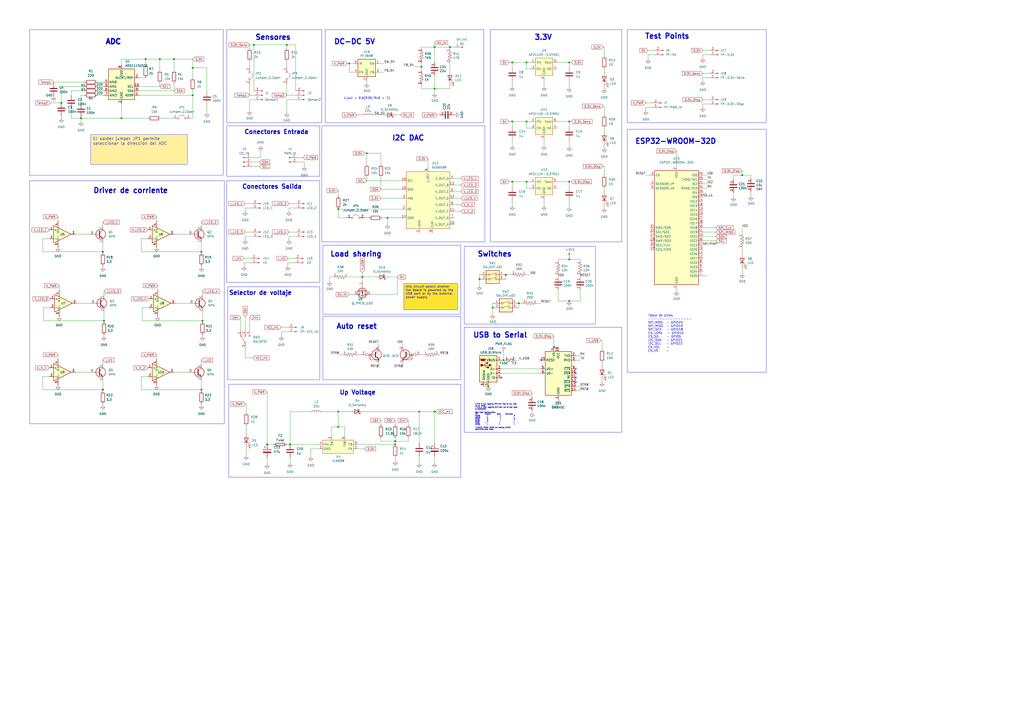
<source format=kicad_sch>
(kicad_sch (version 20230121) (generator eeschema)
  (paper "A2")
  (junction (at 224.79 126.365))
  (junction (at 92.71 34.29))
  (junction (at 229.235 257.81))
  (junction (at 46.99 68.58))
  (junction (at 116.84 146.05))
  (junction (at 297.18 70.485))
  (junction (at 252.095 27.305))
  (junction (at 229.235 255.905))
  (junction (at 59.69 146.05))
  (junction (at 244.475 38.735))
  (junction (at 212.725 88.9))
  (junction (at 243.205 238.76))
  (junction (at 117.475 186.055))
  (junction (at 116.84 226.06))
  (junction (at 293.37 159.385))
  (junction (at 111.76 55.245))
  (junction (at 300.99 175.895))
  (junction (at 297.18 105.41))
  (junction (at 330.2 36.195))
  (junction (at 330.2 150.495))
  (junction (at 111.76 39.37))
  (junction (at 285.75 178.435))
  (junction (at 210.185 160.655))
  (junction (at 147.32 26.035))
  (junction (at 60.325 186.055))
  (junction (at 35.56 59.69))
  (junction (at 252.095 238.76))
  (junction (at 297.18 36.195))
  (junction (at 196.215 121.285))
  (junction (at 305.435 70.485))
  (junction (at 202.565 36.83))
  (junction (at 260.985 27.305))
  (junction (at 278.13 161.925))
  (junction (at 330.2 105.41))
  (junction (at 330.2 174.625))
  (junction (at 330.2 70.485))
  (junction (at 283.21 224.155))
  (junction (at 430.53 101.6))
  (junction (at 252.095 51.435))
  (junction (at 70.485 68.58))
  (junction (at 196.215 247.65))
  (junction (at 154.94 257.81))
  (junction (at 166.37 26.035))
  (junction (at 321.31 201.295))
  (junction (at 168.275 257.81))
  (junction (at 100.965 34.29))
  (junction (at 305.435 36.195))
  (junction (at 196.215 238.76))
  (junction (at 84.455 34.29))
  (junction (at 292.1 208.915))
  (junction (at 59.69 226.06))
  (junction (at 305.435 105.41))
  (no_connect (at 334.01 221.615))
  (no_connect (at 334.01 216.535))
  (no_connect (at 313.69 208.915))
  (no_connect (at 334.01 213.995))
  (no_connect (at 290.83 219.075))
  (no_connect (at 334.01 219.075))
  (wire (pts (xy 336.55 160.655) (xy 336.55 159.385)))
  (wire (pts (xy 196.215 121.285) (xy 233.045 121.285)))
  (wire (pts (xy 350.52 111.125) (xy 350.52 109.22)))
  (wire (pts (xy 142.875 234.315) (xy 142.24 234.315)))
  (wire (pts (xy 92.71 34.29) (xy 92.71 40.64)))
  (wire (pts (xy 297.18 39.37) (xy 297.18 36.195)))
  (wire (pts (xy 41.275 68.58) (xy 46.99 68.58)))
  (wire (pts (xy 262.89 66.675) (xy 263.525 66.675)))
  (wire (pts (xy 407.67 160.02) (xy 410.21 160.02)))
  (wire (pts (xy 144.78 64.135) (xy 144.78 57.785)))
  (wire (pts (xy 192.405 252.73) (xy 192.405 247.65)))
  (wire (pts (xy 142.24 118.11) (xy 146.05 118.11)))
  (wire (pts (xy 330.2 105.41) (xy 331.47 105.41)))
  (wire (pts (xy 171.45 120.65) (xy 167.64 120.65)))
  (wire (pts (xy 315.595 46.355) (xy 315.595 50.165)))
  (wire (pts (xy 60.325 186.69) (xy 60.325 186.055)))
  (wire (pts (xy 24.765 226.06) (xy 59.69 226.06)))
  (wire (pts (xy 430.53 154.94) (xy 430.53 158.75)))
  (wire (pts (xy 116.84 130.81) (xy 116.84 128.905)))
  (wire (pts (xy 117.475 194.31) (xy 117.475 194.945)))
  (wire (pts (xy 350.52 76.2) (xy 350.52 74.295)))
  (wire (pts (xy 90.805 205.74) (xy 90.805 208.28)))
  (wire (pts (xy 297.18 81.28) (xy 297.18 84.455)))
  (wire (pts (xy 297.18 36.195) (xy 305.435 36.195)))
  (wire (pts (xy 323.85 160.655) (xy 323.85 159.385)))
  (wire (pts (xy 260.985 41.275) (xy 260.985 36.195)))
  (wire (pts (xy 196.215 247.65) (xy 200.025 247.65)))
  (wire (pts (xy 374.65 59.69) (xy 378.46 59.69)))
  (wire (pts (xy 100.965 52.705) (xy 100.965 48.26)))
  (wire (pts (xy 220.98 255.905) (xy 229.235 255.905)))
  (wire (pts (xy 168.275 265.43) (xy 168.275 268.605)))
  (wire (pts (xy 151.13 91.44) (xy 151.13 87.63)))
  (wire (pts (xy 263.525 118.745) (xy 267.335 118.745)))
  (wire (pts (xy 167.64 118.11) (xy 171.45 118.11)))
  (wire (pts (xy 100.965 34.29) (xy 100.965 40.64)))
  (wire (pts (xy 377.19 101.6) (xy 374.65 101.6)))
  (wire (pts (xy 349.25 221.615) (xy 349.25 219.71)))
  (wire (pts (xy 321.31 194.945) (xy 321.31 201.295)))
  (wire (pts (xy 48.895 50.165) (xy 35.56 50.165)))
  (wire (pts (xy 350.52 96.52) (xy 349.885 96.52)))
  (wire (pts (xy 379.73 31.75) (xy 375.92 31.75)))
  (wire (pts (xy 187.325 238.76) (xy 196.215 238.76)))
  (wire (pts (xy 202.565 36.83) (xy 201.295 36.83)))
  (wire (pts (xy 349.25 212.09) (xy 349.25 210.185)))
  (wire (pts (xy 217.17 66.675) (xy 222.25 66.675)))
  (wire (pts (xy 290.83 213.995) (xy 313.69 213.995)))
  (wire (pts (xy 252.095 238.76) (xy 252.73 238.76)))
  (wire (pts (xy 59.69 146.685) (xy 59.69 146.05)))
  (wire (pts (xy 46.99 55.245) (xy 46.99 60.325)))
  (wire (pts (xy 59.69 146.05) (xy 59.69 140.97)))
  (wire (pts (xy 59.69 234.315) (xy 59.69 234.95)))
  (wire (pts (xy 305.435 36.195) (xy 307.975 36.195)))
  (wire (pts (xy 374.65 62.23) (xy 374.65 64.135)))
  (wire (pts (xy 56.515 52.705) (xy 60.325 52.705)))
  (wire (pts (xy 167.005 149.86) (xy 170.815 149.86)))
  (wire (pts (xy 219.71 200.66) (xy 219.71 199.39)))
  (wire (pts (xy 116.84 146.05) (xy 116.84 140.97)))
  (wire (pts (xy 24.765 218.44) (xy 24.765 226.06)))
  (wire (pts (xy 167.005 192.405) (xy 163.195 192.405)))
  (wire (pts (xy 407.67 132.08) (xy 415.29 132.08)))
  (wire (pts (xy 200.025 247.65) (xy 200.025 252.73)))
  (wire (pts (xy 392.43 167.64) (xy 392.43 168.91)))
  (wire (pts (xy 334.01 226.695) (xy 336.55 226.695)))
  (wire (pts (xy 295.275 36.195) (xy 297.18 36.195)))
  (wire (pts (xy 171.45 26.035) (xy 166.37 26.035)))
  (wire (pts (xy 205.105 36.83) (xy 202.565 36.83)))
  (wire (pts (xy 41.275 52.705) (xy 41.275 55.245)))
  (wire (pts (xy 375.92 31.75) (xy 375.92 34.29)))
  (wire (pts (xy 336.55 150.495) (xy 330.2 150.495)))
  (wire (pts (xy 407.67 45.085) (xy 407.67 46.99)))
  (wire (pts (xy 220.98 109.855) (xy 233.045 109.855)))
  (wire (pts (xy 407.67 29.21) (xy 411.48 29.21)))
  (wire (pts (xy 146.05 93.98) (xy 150.495 93.98)))
  (wire (pts (xy 33.655 125.73) (xy 33.655 128.27)))
  (wire (pts (xy 81.915 218.44) (xy 81.915 226.06)))
  (wire (pts (xy 290.83 208.915) (xy 292.1 208.915)))
  (wire (pts (xy 142.24 137.16) (xy 142.24 139.065)))
  (wire (pts (xy 111.76 39.37) (xy 111.76 34.29)))
  (wire (pts (xy 111.76 45.085) (xy 111.76 39.37)))
  (wire (pts (xy 211.455 126.365) (xy 213.995 126.365)))
  (wire (pts (xy 323.215 36.195) (xy 330.2 36.195)))
  (wire (pts (xy 297.18 159.385) (xy 293.37 159.385)))
  (wire (pts (xy 229.87 66.675) (xy 232.41 66.675)))
  (wire (pts (xy 116.84 226.06) (xy 116.84 220.98)))
  (wire (pts (xy 90.805 125.73) (xy 90.805 128.27)))
  (wire (pts (xy 80.645 55.245) (xy 111.76 55.245)))
  (wire (pts (xy 297.18 108.585) (xy 297.18 105.41)))
  (wire (pts (xy 323.85 168.275) (xy 323.85 174.625)))
  (wire (pts (xy 146.685 207.645) (xy 142.24 207.645)))
  (wire (pts (xy 212.725 46.99) (xy 212.725 48.26)))
  (wire (pts (xy 167.64 137.16) (xy 167.64 139.065)))
  (wire (pts (xy 330.2 73.66) (xy 330.2 70.485)))
  (wire (pts (xy 305.435 109.22) (xy 305.435 105.41)))
  (wire (pts (xy 212.725 95.25) (xy 212.725 88.9)))
  (wire (pts (xy 305.435 70.485) (xy 307.975 70.485)))
  (wire (pts (xy 202.565 36.83) (xy 202.565 41.91)))
  (wire (pts (xy 295.275 105.41) (xy 297.18 105.41)))
  (wire (pts (xy 303.53 175.895) (xy 300.99 175.895)))
  (wire (pts (xy 330.2 150.495) (xy 330.2 149.225)))
  (wire (pts (xy 330.2 46.99) (xy 330.2 50.8)))
  (wire (pts (xy 28.575 138.43) (xy 24.765 138.43)))
  (wire (pts (xy 41.275 62.865) (xy 41.275 68.58)))
  (wire (pts (xy 244.475 51.435) (xy 252.095 51.435)))
  (wire (pts (xy 290.83 216.535) (xy 313.69 216.535)))
  (wire (pts (xy 196.215 238.76) (xy 196.215 247.65)))
  (wire (pts (xy 35.56 50.165) (xy 35.56 59.69)))
  (wire (pts (xy 84.455 34.29) (xy 92.71 34.29)))
  (wire (pts (xy 100.965 135.89) (xy 109.22 135.89)))
  (wire (pts (xy 233.68 210.82) (xy 233.68 213.36)))
  (wire (pts (xy 410.21 106.68) (xy 407.67 106.68)))
  (wire (pts (xy 141.605 149.86) (xy 145.415 149.86)))
  (wire (pts (xy 180.34 260.35) (xy 180.34 264.795)))
  (wire (pts (xy 100.965 34.29) (xy 111.76 34.29)))
  (wire (pts (xy 80.645 50.165) (xy 92.71 50.165)))
  (wire (pts (xy 147.32 26.035) (xy 147.32 52.705)))
  (wire (pts (xy 43.815 135.89) (xy 52.07 135.89)))
  (wire (pts (xy 334.01 208.915) (xy 336.55 208.915)))
  (wire (pts (xy 252.095 238.76) (xy 252.095 257.175)))
  (wire (pts (xy 298.45 208.915) (xy 300.99 208.915)))
  (wire (pts (xy 411.48 31.75) (xy 407.67 31.75)))
  (wire (pts (xy 82.55 186.055) (xy 117.475 186.055)))
  (wire (pts (xy 93.345 68.58) (xy 100.33 68.58)))
  (wire (pts (xy 142.24 183.515) (xy 142.24 191.77)))
  (wire (pts (xy 29.21 178.435) (xy 25.4 178.435)))
  (wire (pts (xy 35.56 67.31) (xy 35.56 68.58)))
  (wire (pts (xy 202.565 41.91) (xy 205.105 41.91)))
  (wire (pts (xy 60.325 186.055) (xy 60.325 180.975)))
  (wire (pts (xy 411.48 45.085) (xy 407.67 45.085)))
  (wire (pts (xy 254 205.74) (xy 255.27 205.74)))
  (wire (pts (xy 244.475 27.305) (xy 244.475 28.575)))
  (wire (pts (xy 244.475 27.305) (xy 252.095 27.305)))
  (wire (pts (xy 48.895 47.625) (xy 31.115 47.625)))
  (wire (pts (xy 46.99 68.58) (xy 46.99 70.485)))
  (wire (pts (xy 252.095 24.765) (xy 252.095 27.305)))
  (wire (pts (xy 425.45 101.6) (xy 430.53 101.6)))
  (wire (pts (xy 407.67 139.7) (xy 415.29 139.7)))
  (wire (pts (xy 323.85 174.625) (xy 330.2 174.625)))
  (wire (pts (xy 229.235 265.43) (xy 229.235 267.335)))
  (wire (pts (xy 305.435 105.41) (xy 307.975 105.41)))
  (wire (pts (xy 207.645 260.35) (xy 211.455 260.35)))
  (wire (pts (xy 209.55 66.675) (xy 207.01 66.675)))
  (wire (pts (xy 292.1 208.915) (xy 293.37 208.915)))
  (wire (pts (xy 146.05 120.65) (xy 142.24 120.65)))
  (wire (pts (xy 210.185 160.655) (xy 210.185 163.195)))
  (wire (pts (xy 81.915 218.44) (xy 85.725 218.44)))
  (wire (pts (xy 330.2 174.625) (xy 336.55 174.625)))
  (wire (pts (xy 248.285 92.075) (xy 248.285 97.155)))
  (wire (pts (xy 144.78 35.56) (xy 144.78 38.735)))
  (wire (pts (xy 81.915 226.06) (xy 116.84 226.06)))
  (wire (pts (xy 435.61 101.6) (xy 435.61 103.505)))
  (wire (pts (xy 407.67 57.785) (xy 411.48 57.785)))
  (wire (pts (xy 220.98 109.855) (xy 220.98 102.87)))
  (wire (pts (xy 278.13 161.925) (xy 278.13 165.735)))
  (wire (pts (xy 240.03 38.735) (xy 244.475 38.735)))
  (wire (pts (xy 192.405 247.65) (xy 196.215 247.65)))
  (wire (pts (xy 33.655 205.74) (xy 33.655 208.28)))
  (wire (pts (xy 81.915 146.05) (xy 116.84 146.05)))
  (wire (pts (xy 407.67 60.325) (xy 407.67 62.23)))
  (wire (pts (xy 220.345 36.83) (xy 222.885 36.83)))
  (wire (pts (xy 191.135 160.655) (xy 191.135 163.195)))
  (wire (pts (xy 220.98 254) (xy 220.98 255.905)))
  (wire (pts (xy 323.85 151.765) (xy 323.85 150.495)))
  (wire (pts (xy 48.895 52.705) (xy 41.275 52.705)))
  (wire (pts (xy 407.67 42.545) (xy 411.48 42.545)))
  (wire (pts (xy 230.505 160.655) (xy 225.425 160.655)))
  (wire (pts (xy 142.24 134.62) (xy 146.05 134.62)))
  (wire (pts (xy 43.815 215.9) (xy 52.07 215.9)))
  (wire (pts (xy 229.235 243.84) (xy 229.235 246.38)))
  (wire (pts (xy 210.185 160.655) (xy 210.185 158.115)))
  (wire (pts (xy 154.94 257.81) (xy 158.75 257.81)))
  (wire (pts (xy 31.115 47.625) (xy 31.115 48.26)))
  (wire (pts (xy 59.69 226.06) (xy 59.69 220.98)))
  (wire (pts (xy 139.7 184.15) (xy 139.7 191.77)))
  (wire (pts (xy 330.2 36.195) (xy 331.47 36.195)))
  (wire (pts (xy 184.785 260.35) (xy 180.34 260.35)))
  (wire (pts (xy 307.975 40.005) (xy 305.435 40.005)))
  (wire (pts (xy 142.24 201.93) (xy 142.24 207.645)))
  (wire (pts (xy 142.875 239.395) (xy 142.875 234.315)))
  (wire (pts (xy 243.205 264.795) (xy 243.205 268.605)))
  (wire (pts (xy 350.52 101.6) (xy 350.52 96.52)))
  (wire (pts (xy 230.505 170.815) (xy 230.505 160.655)))
  (wire (pts (xy 307.975 74.295) (xy 305.435 74.295)))
  (wire (pts (xy 172.72 93.98) (xy 176.53 93.98)))
  (wire (pts (xy 430.53 101.6) (xy 430.53 99.06)))
  (wire (pts (xy 430.53 147.32) (xy 430.53 143.51)))
  (wire (pts (xy 263.525 111.125) (xy 267.335 111.125)))
  (wire (pts (xy 116.84 226.695) (xy 116.84 226.06)))
  (wire (pts (xy 167.64 134.62) (xy 171.45 134.62)))
  (wire (pts (xy 297.18 46.99) (xy 297.18 50.165)))
  (wire (pts (xy 263.525 103.505) (xy 267.335 103.505)))
  (wire (pts (xy 154.94 265.43) (xy 154.94 269.24)))
  (wire (pts (xy 59.69 154.305) (xy 59.69 154.94)))
  (wire (pts (xy 430.53 101.6) (xy 435.61 101.6)))
  (wire (pts (xy 28.575 218.44) (xy 24.765 218.44)))
  (wire (pts (xy 349.25 202.565) (xy 349.25 197.485)))
  (wire (pts (xy 168.275 238.76) (xy 168.275 257.81)))
  (wire (pts (xy 236.855 255.905) (xy 229.235 255.905)))
  (wire (pts (xy 323.215 70.485) (xy 330.2 70.485)))
  (wire (pts (xy 60.325 170.815) (xy 60.325 168.91)))
  (wire (pts (xy 111.76 68.58) (xy 111.76 55.245)))
  (wire (pts (xy 110.49 68.58) (xy 111.76 68.58)))
  (wire (pts (xy 260.985 51.435) (xy 252.095 51.435)))
  (wire (pts (xy 280.67 224.155) (xy 283.21 224.155)))
  (wire (pts (xy 46.99 68.58) (xy 70.485 68.58)))
  (wire (pts (xy 196.215 110.49) (xy 196.215 113.665)))
  (wire (pts (xy 166.37 57.785) (xy 171.45 57.785)))
  (wire (pts (xy 236.855 254) (xy 236.855 255.905)))
  (wire (pts (xy 116.84 210.82) (xy 116.84 208.915)))
  (wire (pts (xy 59.69 210.82) (xy 59.69 208.915)))
  (wire (pts (xy 308.61 238.125) (xy 308.61 239.395)))
  (wire (pts (xy 263.525 107.315) (xy 267.335 107.315)))
  (wire (pts (xy 350.52 27.305) (xy 349.885 27.305)))
  (wire (pts (xy 111.76 55.245) (xy 111.76 52.705)))
  (wire (pts (xy 297.18 116.205) (xy 297.18 119.38)))
  (wire (pts (xy 311.15 175.895) (xy 313.69 175.895)))
  (wire (pts (xy 59.69 130.81) (xy 59.69 128.905)))
  (wire (pts (xy 221.615 126.365) (xy 224.79 126.365)))
  (wire (pts (xy 263.525 114.935) (xy 267.335 114.935)))
  (wire (pts (xy 425.45 104.14) (xy 425.45 101.6)))
  (wire (pts (xy 260.985 27.305) (xy 263.525 27.305)))
  (wire (pts (xy 80.645 52.705) (xy 100.965 52.705)))
  (wire (pts (xy 350.52 51.435) (xy 350.52 49.53)))
  (wire (pts (xy 92.71 50.165) (xy 92.71 48.26)))
  (wire (pts (xy 305.435 40.005) (xy 305.435 36.195)))
  (wire (pts (xy 70.485 60.325) (xy 70.485 68.58)))
  (wire (pts (xy 201.295 126.365) (xy 196.215 126.365)))
  (wire (pts (xy 117.475 186.69) (xy 117.475 186.055)))
  (wire (pts (xy 142.875 264.16) (xy 142.875 259.08)))
  (wire (pts (xy 308.61 230.505) (xy 308.61 227.965)))
  (wire (pts (xy 142.875 251.46) (xy 142.875 247.015)))
  (wire (pts (xy 48.895 55.245) (xy 46.99 55.245)))
  (wire (pts (xy 307.975 109.22) (xy 305.435 109.22)))
  (wire (pts (xy 220.345 41.91) (xy 222.885 41.91)))
  (wire (pts (xy 336.55 151.765) (xy 336.55 150.495)))
  (wire (pts (xy 212.725 104.775) (xy 233.045 104.775)))
  (wire (pts (xy 196.215 126.365) (xy 196.215 121.285)))
  (wire (pts (xy 24.765 138.43) (xy 24.765 146.05)))
  (wire (pts (xy 212.725 104.775) (xy 212.725 102.87)))
  (wire (pts (xy 196.215 238.76) (xy 203.2 238.76)))
  (wire (pts (xy 163.195 192.405) (xy 163.195 194.945)))
  (wire (pts (xy 166.37 257.81) (xy 168.275 257.81)))
  (wire (pts (xy 243.205 238.76) (xy 252.095 238.76)))
  (wire (pts (xy 285.75 175.895) (xy 285.75 178.435)))
  (wire (pts (xy 220.98 243.84) (xy 220.98 246.38)))
  (wire (pts (xy 25.4 186.055) (xy 60.325 186.055)))
  (wire (pts (xy 297.18 105.41) (xy 305.435 105.41)))
  (wire (pts (xy 91.44 165.735) (xy 91.44 168.275)))
  (wire (pts (xy 84.455 34.29) (xy 84.455 37.465)))
  (wire (pts (xy 349.25 197.485) (xy 348.615 197.485)))
  (wire (pts (xy 44.45 175.895) (xy 52.705 175.895)))
  (wire (pts (xy 56.515 55.245) (xy 60.325 55.245)))
  (wire (pts (xy 142.24 120.65) (xy 142.24 122.555)))
  (wire (pts (xy 120.015 60.96) (xy 120.015 65.405)))
  (wire (pts (xy 29.21 59.69) (xy 35.56 59.69)))
  (wire (pts (xy 179.705 238.76) (xy 168.275 238.76)))
  (wire (pts (xy 144.78 57.785) (xy 147.32 57.785)))
  (wire (pts (xy 315.595 80.645) (xy 315.595 84.455)))
  (wire (pts (xy 233.68 200.66) (xy 233.68 199.39)))
  (wire (pts (xy 285.75 182.245) (xy 285.75 178.435)))
  (wire (pts (xy 305.435 74.295) (xy 305.435 70.485)))
  (wire (pts (xy 166.37 55.245) (xy 171.45 55.245)))
  (wire (pts (xy 244.475 36.195) (xy 244.475 38.735)))
  (wire (pts (xy 205.105 170.815) (xy 202.565 170.815)))
  (wire (pts (xy 330.2 39.37) (xy 330.2 36.195)))
  (wire (pts (xy 101.6 175.895) (xy 109.855 175.895)))
  (wire (pts (xy 220.98 88.9) (xy 212.725 88.9)))
  (wire (pts (xy 167.64 120.65) (xy 167.64 122.555)))
  (wire (pts (xy 220.98 95.25) (xy 220.98 88.9)))
  (wire (pts (xy 166.37 27.94) (xy 166.37 26.035)))
  (wire (pts (xy 292.1 208.915) (xy 292.1 203.835)))
  (wire (pts (xy 330.2 116.205) (xy 330.2 120.015)))
  (wire (pts (xy 59.69 226.695) (xy 59.69 226.06)))
  (wire (pts (xy 293.37 159.385) (xy 293.37 161.925)))
  (wire (pts (xy 252.095 264.795) (xy 252.095 268.605)))
  (wire (pts (xy 144.78 48.895) (xy 144.78 55.245)))
  (wire (pts (xy 166.37 35.56) (xy 166.37 38.735)))
  (wire (pts (xy 167.005 152.4) (xy 167.005 154.305)))
  (wire (pts (xy 278.13 159.385) (xy 278.13 161.925)))
  (wire (pts (xy 411.48 60.325) (xy 407.67 60.325)))
  (wire (pts (xy 224.79 126.365) (xy 224.79 130.175)))
  (wire (pts (xy 430.53 135.89) (xy 430.53 132.08)))
  (wire (pts (xy 330.2 108.585) (xy 330.2 105.41)))
  (wire (pts (xy 229.235 255.905) (xy 229.235 257.81)))
  (wire (pts (xy 147.32 26.035) (xy 166.37 26.035)))
  (wire (pts (xy 168.275 257.81) (xy 184.785 257.81)))
  (wire (pts (xy 144.78 26.035) (xy 147.32 26.035)))
  (wire (pts (xy 116.84 154.305) (xy 116.84 154.94)))
  (wire (pts (xy 92.71 34.29) (xy 100.965 34.29)))
  (wire (pts (xy 252.095 51.435) (xy 252.095 53.975)))
  (wire (pts (xy 70.485 34.29) (xy 84.455 34.29)))
  (wire (pts (xy 260.985 27.305) (xy 260.985 28.575)))
  (wire (pts (xy 210.185 160.655) (xy 201.295 160.655)))
  (wire (pts (xy 350.52 85.725) (xy 350.52 83.82)))
  (wire (pts (xy 70.485 37.465) (xy 70.485 34.29)))
  (wire (pts (xy 323.85 201.295) (xy 321.31 201.295)))
  (wire (pts (xy 407.67 104.14) (xy 410.21 104.14)))
  (wire (pts (xy 146.05 137.16) (xy 142.24 137.16)))
  (wire (pts (xy 144.78 26.035) (xy 144.78 27.94)))
  (wire (pts (xy 330.2 81.28) (xy 330.2 85.09)))
  (wire (pts (xy 392.43 87.63) (xy 392.43 96.52)))
  (wire (pts (xy 207.645 257.81) (xy 229.235 257.81)))
  (wire (pts (xy 176.53 93.98) (xy 176.53 96.52)))
  (wire (pts (xy 25.4 178.435) (xy 25.4 186.055)))
  (wire (pts (xy 207.01 205.74) (xy 209.55 205.74)))
  (wire (pts (xy 172.72 91.44) (xy 175.895 91.44)))
  (wire (pts (xy 117.475 170.815) (xy 117.475 168.91)))
  (wire (pts (xy 407.67 134.62) (xy 415.29 134.62)))
  (wire (pts (xy 300.99 175.895) (xy 300.99 178.435)))
  (wire (pts (xy 56.515 50.165) (xy 60.325 50.165)))
  (wire (pts (xy 193.675 160.655) (xy 191.135 160.655)))
  (wire (pts (xy 323.215 105.41) (xy 330.2 105.41)))
  (wire (pts (xy 215.265 170.815) (xy 230.505 170.815)))
  (wire (pts (xy 219.71 210.82) (xy 219.71 213.36)))
  (wire (pts (xy 350.52 41.91) (xy 350.52 40.005)))
  (wire (pts (xy 70.485 68.58) (xy 85.725 68.58)))
  (wire (pts (xy 233.045 126.365) (xy 224.79 126.365)))
  (wire (pts (xy 229.235 254) (xy 229.235 255.905)))
  (wire (pts (xy 154.94 227.33) (xy 154.94 257.81)))
  (wire (pts (xy 350.52 61.595) (xy 349.885 61.595)))
  (wire (pts (xy 24.765 146.05) (xy 59.69 146.05)))
  (wire (pts (xy 252.095 27.305) (xy 260.985 27.305)))
  (wire (pts (xy 407.67 31.75) (xy 407.67 33.655)))
  (wire (pts (xy 407.67 101.6) (xy 410.21 101.6)))
  (wire (pts (xy 334.01 224.155) (xy 336.55 224.155)))
  (wire (pts (xy 425.45 111.76) (xy 425.45 114.3)))
  (wire (pts (xy 120.015 39.37) (xy 111.76 39.37)))
  (wire (pts (xy 82.55 178.435) (xy 86.36 178.435)))
  (wire (pts (xy 244.475 38.735) (xy 244.475 41.275)))
  (wire (pts (xy 304.8 159.385) (xy 307.34 159.385)))
  (wire (pts (xy 246.38 205.74) (xy 243.84 205.74)))
  (wire (pts (xy 210.82 238.76) (xy 243.205 238.76)))
  (wire (pts (xy 144.78 55.245) (xy 147.32 55.245)))
  (wire (pts (xy 171.45 137.16) (xy 167.64 137.16)))
  (wire (pts (xy 60.325 194.31) (xy 60.325 194.945)))
  (wire (pts (xy 81.915 138.43) (xy 85.725 138.43)))
  (wire (pts (xy 171.45 52.705) (xy 171.45 26.035)))
  (wire (pts (xy 166.37 48.895) (xy 166.37 55.245)))
  (wire (pts (xy 170.815 152.4) (xy 167.005 152.4)))
  (wire (pts (xy 212.725 88.9) (xy 211.455 88.9)))
  (wire (pts (xy 236.855 243.84) (xy 236.855 246.38)))
  (wire (pts (xy 196.85 205.74) (xy 199.39 205.74)))
  (wire (pts (xy 146.05 91.44) (xy 151.13 91.44)))
  (wire (pts (xy 378.46 62.23) (xy 374.65 62.23)))
  (wire (pts (xy 407.67 137.16) (xy 415.29 137.16)))
  (wire (pts (xy 252.095 43.815) (xy 252.095 51.435)))
  (wire (pts (xy 34.29 165.735) (xy 34.29 168.275)))
  (wire (pts (xy 145.415 152.4) (xy 141.605 152.4)))
  (wire (pts (xy 82.55 178.435) (xy 82.55 186.055)))
  (wire (pts (xy 407.67 109.22) (xy 410.21 109.22)))
  (wire (pts (xy 263.525 122.555) (xy 267.335 122.555)))
  (wire (pts (xy 375.92 29.21) (xy 379.73 29.21)))
  (wire (pts (xy 260.985 48.895) (xy 260.985 51.435)))
  (wire (pts (xy 435.61 111.125) (xy 435.61 113.665)))
  (wire (pts (xy 116.84 234.315) (xy 116.84 234.95)))
  (wire (pts (xy 244.475 48.895) (xy 244.475 51.435)))
  (wire (pts (xy 350.52 32.385) (xy 350.52 27.305)))
  (wire (pts (xy 315.595 115.57) (xy 315.595 119.38)))
  (wire (pts (xy 141.605 152.4) (xy 141.605 154.305)))
  (wire (pts (xy 100.965 215.9) (xy 109.22 215.9)))
  (wire (pts (xy 217.805 160.655) (xy 210.185 160.655)))
  (wire (pts (xy 163.195 189.865) (xy 167.005 189.865)))
  (wire (pts (xy 334.01 206.375) (xy 336.55 206.375)))
  (wire (pts (xy 117.475 186.055) (xy 117.475 180.975)))
  (wire (pts (xy 330.2 70.485) (xy 331.47 70.485)))
  (wire (pts (xy 297.18 73.66) (xy 297.18 70.485)))
  (wire (pts (xy 116.84 146.685) (xy 116.84 146.05)))
  (wire (pts (xy 120.015 53.34) (xy 120.015 39.37)))
  (wire (pts (xy 350.52 120.65) (xy 350.52 118.745)))
  (wire (pts (xy 253.365 66.675) (xy 255.27 66.675)))
  (wire (pts (xy 81.915 138.43) (xy 81.915 146.05)))
  (wire (pts (xy 56.515 47.625) (xy 60.325 47.625)))
  (wire (pts (xy 336.55 174.625) (xy 336.55 168.275)))
  (wire (pts (xy 350.52 66.675) (xy 350.52 61.595)))
  (wire (pts (xy 220.98 114.935) (xy 233.045 114.935)))
  (wire (pts (xy 330.2 150.495) (xy 323.85 150.495)))
  (wire (pts (xy 144.78 184.15) (xy 144.78 191.77)))
  (wire (pts (xy 46.99 67.945) (xy 46.99 68.58)))
  (wire (pts (xy 80.645 45.085) (xy 84.455 45.085)))
  (wire (pts (xy 243.205 257.175) (xy 243.205 238.76)))
  (wire (pts (xy 295.275 70.485) (xy 297.18 70.485)))
  (wire (pts (xy 166.37 65.405) (xy 166.37 57.785)))
  (wire (pts (xy 146.05 96.52) (xy 150.495 96.52)))
  (wire (pts (xy 252.095 27.305) (xy 252.095 36.195)))
  (wire (pts (xy 297.18 70.485) (xy 305.435 70.485)))
  (rectangle (start 269.24 142.875) (end 345.44 187.96))
  (rectangle (start 17.145 104.775) (end 130.175 245.745))
  (rectangle (start 131.445 73.025) (end 185.42 102.235))
  (rectangle (start 187.325 142.24) (end 267.335 182.245))
  (rectangle (start 17.145 17.145) (end 129.54 101.6))
  (rectangle (start 187.325 183.515) (end 267.335 220.345))
  (rectangle (start 131.445 104.775) (end 185.42 163.83))
  (rectangle (start 132.08 166.37) (end 185.42 220.345))
  (rectangle (start 132.715 222.885) (end 267.335 276.86))
  (rectangle (start 269.24 189.865) (end 360.68 250.825))
  (rectangle (start 284.48 17.145) (end 360.68 140.335))
  (rectangle (start 363.855 17.145) (end 444.5 71.12))
  (rectangle (start 188.595 17.145) (end 280.67 71.12))
  (rectangle (start 363.855 74.93) (end 444.5 215.9))
  (rectangle (start 131.445 17.145) (end 186.69 71.12))
  (rectangle (start 186.69 73.025) (end 281.305 140.335))
  (text_box "this circuit select whether the board is powered by the USB port or by the external power supply" (at 234.315 164.465 0) (size 31.115 15.24) (fill (type color) (color 255 227 49 1)) (effects (font (size 1.27 1.27)) (justify left top)))
  (text_box "El solder jumper JP1 permite seleccionar la dirección del ADC\n" (at 52.705 78.105 0) (size 55.88 17.145) (fill (type color) (color 255 239 159 1)) (effects (font (size 1.71 1.71)) (justify left top)))
  (text "Driver de corriente" (at 53.975 112.395 0) (effects (font (size 3 3) (thickness 0.6) bold) (justify left bottom)))
  (text "V_out = 0.6(R39/R40 + 1)" (at 199.39 57.785 0) (effects (font (size 1.27 1.27)) (justify left bottom)))
  (text "Load sharing" (at 221.615 149.225 0) (effects (font (size 2.9972 2.9972) (thickness 0.5994) bold) (justify right bottom)))
  (text "Conectores Salida" (at 140.335 109.855 0) (effects (font (size 2.5 2.5) bold) (justify left bottom)))
  (text "Auto reset" (at 194.945 191.135 0) (effects (font (size 2.9972 2.9972) (thickness 0.5994) bold) (justify left bottom)))
  (text "Up Voltaqe" (at 196.85 229.235 0) (effects (font (size 2.5 2.5) bold) (justify left bottom)))
  (text "3.3V" (at 309.88 23.495 0) (effects (font (size 3 3) (thickness 0.6) bold) (justify left bottom)))
  (text "DC-DC 5V" (at 217.805 26.035 0) (effects (font (size 2.9972 2.9972) (thickness 0.5994) bold) (justify right bottom)))
  (text "USB to Serial" (at 274.32 196.215 0) (effects (font (size 2.9972 2.9972) (thickness 0.5994) bold) (justify left bottom)))
  (text "ADC" (at 60.96 26.035 0) (effects (font (size 3 3) (thickness 2) bold) (justify left bottom)))
  (text "Switches" (at 276.86 149.225 0) (effects (font (size 2.9972 2.9972) (thickness 0.5994) bold) (justify left bottom)))
  (text "If DTR is Low, toggling RTS from High to Low reset\nto run mode.\nIf RTS is High, toggling DTR from Low to High reset\nto bootloader.\n\nBoot Mode Configuration:\nPin         Default        Boot      Download\nGPIO0         1               1                0\nU0TXD        1               1                x\nGPIO2         0               x                0\nGPIO4         0               x                x\nMTDO        1               x                 x\nGPIO5         1              1                 x\n\nIf U0TXD, GPIO2, GPIO5 are floating, GPIO0\ndetermines boot mode." (at 275.59 249.555 0) (effects (font (size 0.6096 0.6096)) (justify left bottom)))
  (text "Test Points" (at 374.015 22.86 0) (effects (font (size 3 3) (thickness 0.6) bold) (justify left bottom)))
  (text "I2C DAC" (at 227.33 81.915 0) (effects (font (size 3 3) (thickness 0.6) bold) (justify left bottom)))
  (text "Conectores Entrada" (at 141.605 78.105 0) (effects (font (size 2.5 2.5) bold) (justify left bottom)))
  (text "Selector de voltaje" (at 132.715 171.45 0) (effects (font (size 2.5 2.5) bold) (justify left bottom)))
  (text "Sensores" (at 147.955 23.495 0) (effects (font (size 3 3) (thickness 0.6) bold) (justify left bottom)))
  (text "Tabla de pines\n----------------\nSPI_MOSI  - GPIO23\nSPI_MISO  - GPIO19\nSPI_SCK   - GPIO18\nCS_LORA   - GPIO15\nCS_SD     - GPIO5  	\nI2C_SDA   - GPIO21\nI2C_SCL   - GPIO22\nEN_VDL    -\nEN_VS     -  \n\n" (at 375.92 206.375 0) (effects (font (size 1.27 1.27)) (justify left bottom)))
  (text "ESP32-WROOM-32D" (at 368.3 83.82 0) (effects (font (size 2.9972 2.9972) (thickness 0.5994) bold) (justify left bottom)))
  (label "RST#" (at 219.71 213.36 180))
  (label "RX" (at 410.21 109.22 0))
  (label "RX" (at 336.55 206.375 0))
  (label "IO0" (at 307.34 159.385 0))
  (label "DTR#" (at 196.85 205.74 180))
  (label "RESET" (at 313.69 175.895 0))
  (label "IO0" (at 323.85 160.655 0))
  (label "RST#" (at 336.55 226.695 0))
  (label "spi_mosi" (at 407.67 142.24 0))
  (label "FB_5V" (at 240.03 38.735 180))
  (label "IO2" (at 430.53 132.08 0))
  (label "V_USB" (at 300.99 208.915 0))
  (label "DTR#" (at 336.55 224.155 0))
  (label "RESET" (at 219.71 199.39 180))
  (label "DTR#" (at 233.68 213.36 180))
  (label "IO2" (at 410.21 106.68 0))
  (label "IO0" (at 410.21 101.6 0))
  (label "SW_5V" (at 217.17 66.675 0))
  (label "FB_5V" (at 222.885 41.91 0))
  (label "RESET" (at 336.55 160.655 0))
  (label "TX" (at 336.55 208.915 0))
  (label "SW_5V" (at 222.885 36.83 0))
  (label "TX" (at 410.21 104.14 0))
  (label "IO0" (at 233.68 199.39 180))
  (label "RST#" (at 255.27 205.74 0))
  (label "SD_cs" (at 407.67 114.3 0))
  (label "RESET" (at 374.65 101.6 180))
  (global_label "I_H2" (shape input) (at 167.005 149.86 180) (property "Intersheetrefs" "${INTERSHEET_REFS}" (effects hide)))
  (global_label "Temp1" (shape input) (at 144.78 55.245 180) (property "Intersheetrefs" "${INTERSHEET_REFS}" (effects hide)))
  (global_label "5V" (shape input) (at 375.92 29.21 180) (property "Intersheetrefs" "${INTERSHEET_REFS}" (effects hide)))
  (global_label "V_LED_2" (shape input) (at 267.335 107.315 0) (property "Intersheetrefs" "${INTERSHEET_REFS}" (effects hide)))
  (global_label "SDA" (shape input) (at 415.29 137.16 0) (property "Intersheetrefs" "${INTERSHEET_REFS}" (effects hide)))
  (global_label "20V" (shape input) (at 229.235 243.84 180) (property "Intersheetrefs" "${INTERSHEET_REFS}" (effects hide)))
  (global_label "I_LED_4" (shape input) (at 167.64 134.62 180) (property "Intersheetrefs" "${INTERSHEET_REFS}" (effects hide)))
  (global_label "3.3V_Disp" (shape input) (at 321.31 194.945 180) (property "Intersheetrefs" "${INTERSHEET_REFS}" (effects hide)))
  (global_label "I_LED_1" (shape input) (at 59.69 128.905 0) (property "Intersheetrefs" "${INTERSHEET_REFS}" (effects hide)))
  (global_label "3.3V" (shape input) (at 211.455 88.9 180) (property "Intersheetrefs" "${INTERSHEET_REFS}" (effects hide)))
  (global_label "SPI_CLK" (shape input) (at 415.29 132.08 0) (property "Intersheetrefs" "${INTERSHEET_REFS}" (effects hide)))
  (global_label "I_H1" (shape input) (at 141.605 149.86 180) (property "Intersheetrefs" "${INTERSHEET_REFS}" (effects hide)))
  (global_label "5V_IN" (shape input) (at 232.41 66.675 0) (property "Intersheetrefs" "${INTERSHEET_REFS}" (effects hide)))
  (global_label "V_LED_2" (shape input) (at 85.725 133.35 180) (property "Intersheetrefs" "${INTERSHEET_REFS}" (effects hide)))
  (global_label "3.3V_Disp" (shape input) (at 430.53 99.06 180) (property "Intersheetrefs" "${INTERSHEET_REFS}" (effects hide)))
  (global_label "VCC_H1" (shape input) (at 146.685 207.645 0) (property "Intersheetrefs" "${INTERSHEET_REFS}" (effects hide)))
  (global_label "5V" (shape input) (at 295.275 105.41 180) (property "Intersheetrefs" "${INTERSHEET_REFS}" (effects hide)))
  (global_label "3.3V" (shape input) (at 407.67 29.21 180) (property "Intersheetrefs" "${INTERSHEET_REFS}" (effects hide)))
  (global_label "3.3V" (shape input) (at 349.885 27.305 180) (property "Intersheetrefs" "${INTERSHEET_REFS}" (effects hide)))
  (global_label "SDA" (shape input) (at 150.495 93.98 0) (property "Intersheetrefs" "${INTERSHEET_REFS}" (effects hide)))
  (global_label "24V" (shape input) (at 144.78 184.15 0) (property "Intersheetrefs" "${INTERSHEET_REFS}" (effects hide)))
  (global_label "I_H2" (shape input) (at 116.84 208.915 0) (property "Intersheetrefs" "${INTERSHEET_REFS}" (effects hide)))
  (global_label "5V" (shape input) (at 295.275 36.195 180) (property "Intersheetrefs" "${INTERSHEET_REFS}" (effects hide)))
  (global_label "I_LED_1" (shape input) (at 142.24 118.11 180) (property "Intersheetrefs" "${INTERSHEET_REFS}" (effects hide)))
  (global_label "5V" (shape input) (at 230.505 160.655 0) (property "Intersheetrefs" "${INTERSHEET_REFS}" (effects hide)))
  (global_label "VCC_H1" (shape input) (at 163.195 189.865 180) (property "Intersheetrefs" "${INTERSHEET_REFS}" (effects hide)))
  (global_label "V_USB" (shape input) (at 210.185 158.115 90) (property "Intersheetrefs" "${INTERSHEET_REFS}" (effects hide)))
  (global_label "V_USB" (shape input) (at 348.615 197.485 180) (property "Intersheetrefs" "${INTERSHEET_REFS}" (effects hide)))
  (global_label "V_PWR" (shape input) (at 90.805 125.73 180) (property "Intersheetrefs" "${INTERSHEET_REFS}" (effects hide)))
  (global_label "V_PWR" (shape input) (at 374.65 59.69 180) (property "Intersheetrefs" "${INTERSHEET_REFS}" (effects hide)))
  (global_label "V_LED_4" (shape input) (at 86.36 173.355 180) (property "Intersheetrefs" "${INTERSHEET_REFS}" (effects hide)))
  (global_label "5V_IN" (shape input) (at 252.095 24.765 0) (property "Intersheetrefs" "${INTERSHEET_REFS}" (effects hide)))
  (global_label "Temp2" (shape input) (at 166.37 55.245 180) (property "Intersheetrefs" "${INTERSHEET_REFS}" (effects hide)))
  (global_label "3.3V_Disp" (shape input) (at 349.885 96.52 180) (property "Intersheetrefs" "${INTERSHEET_REFS}" (effects hide)))
  (global_label "3.3V_Sens" (shape input) (at 144.78 26.035 180) (property "Intersheetrefs" "${INTERSHEET_REFS}" (effects hide)))
  (global_label "I_LED_4" (shape input) (at 267.335 114.935 0) (property "Intersheetrefs" "${INTERSHEET_REFS}" (effects hide)))
  (global_label "VCC_H1" (shape input) (at 252.73 238.76 0) (property "Intersheetrefs" "${INTERSHEET_REFS}" (effects hide)))
  (global_label "V_PWR" (shape input) (at 142.24 234.315 180) (property "Intersheetrefs" "${INTERSHEET_REFS}" (effects hide)))
  (global_label "3.3V_Disp" (shape input) (at 331.47 105.41 0) (property "Intersheetrefs" "${INTERSHEET_REFS}" (effects hide)))
  (global_label "3.3V_Sens" (shape input) (at 349.885 61.595 180) (property "Intersheetrefs" "${INTERSHEET_REFS}" (effects hide)))
  (global_label "16V" (shape input) (at 139.7 184.15 180) (property "Intersheetrefs" "${INTERSHEET_REFS}" (effects hide)))
  (global_label "V_PWR" (shape input) (at 154.94 227.33 180) (property "Intersheetrefs" "${INTERSHEET_REFS}" (effects hide)))
  (global_label "I_H1" (shape input) (at 59.69 208.915 0) (property "Intersheetrefs" "${INTERSHEET_REFS}" (effects hide)))
  (global_label "3.3V_Disp" (shape input) (at 392.43 87.63 180) (property "Intersheetrefs" "${INTERSHEET_REFS}" (effects hide)))
  (global_label "V_PWR" (shape input) (at 207.01 66.675 180) (property "Intersheetrefs" "${INTERSHEET_REFS}" (effects hide)))
  (global_label "24V" (shape input) (at 236.855 243.84 180) (property "Intersheetrefs" "${INTERSHEET_REFS}" (effects hide)))
  (global_label "SPI_MISO" (shape input) (at 415.29 134.62 0) (property "Intersheetrefs" "${INTERSHEET_REFS}" (effects hide)))
  (global_label "SCL" (shape input) (at 150.495 96.52 0) (property "Intersheetrefs" "${INTERSHEET_REFS}" (effects hide)))
  (global_label "SCL" (shape input) (at 92.71 50.165 0) (property "Intersheetrefs" "${INTERSHEET_REFS}" (effects hide)))
  (global_label "5V_IN" (shape input) (at 202.565 170.815 180) (property "Intersheetrefs" "${INTERSHEET_REFS}" (effects hide)))
  (global_label "3.3V" (shape input) (at 196.215 110.49 180) (property "Intersheetrefs" "${INTERSHEET_REFS}" (effects hide)))
  (global_label "V_H_1" (shape input) (at 28.575 213.36 180) (property "Intersheetrefs" "${INTERSHEET_REFS}" (effects hide)))
  (global_label "V_PWR" (shape input) (at 175.895 91.44 0) (property "Intersheetrefs" "${INTERSHEET_REFS}" (effects hide)))
  (global_label "I_LED_2" (shape input) (at 167.64 118.11 180) (property "Intersheetrefs" "${INTERSHEET_REFS}" (effects hide)))
  (global_label "3.3V" (shape input) (at 248.285 92.075 180) (property "Intersheetrefs" "${INTERSHEET_REFS}" (effects hide)))
  (global_label "V_LED_3" (shape input) (at 29.21 173.355 180) (property "Intersheetrefs" "${INTERSHEET_REFS}" (effects hide)))
  (global_label "I_LED_4" (shape input) (at 117.475 168.91 0) (property "Intersheetrefs" "${INTERSHEET_REFS}" (effects hide)))
  (global_label "V_PWR" (shape input) (at 34.29 165.735 180) (property "Intersheetrefs" "${INTERSHEET_REFS}" (effects hide)))
  (global_label "V_PWR" (shape input) (at 33.655 205.74 180) (property "Intersheetrefs" "${INTERSHEET_REFS}" (effects hide)))
  (global_label "V_H_2" (shape input) (at 267.335 122.555 0) (property "Intersheetrefs" "${INTERSHEET_REFS}" (effects hide)))
  (global_label "V_PWR" (shape input) (at 33.655 125.73 180) (property "Intersheetrefs" "${INTERSHEET_REFS}" (effects hide)))
  (global_label "V_LED_3" (shape input) (at 267.335 111.125 0) (property "Intersheetrefs" "${INTERSHEET_REFS}" (effects hide)))
  (global_label "3.3V_Disp" (shape input) (at 308.61 227.965 180) (property "Intersheetrefs" "${INTERSHEET_REFS}" (effects hide)))
  (global_label "SCL" (shape input) (at 415.29 139.7 0) (property "Intersheetrefs" "${INTERSHEET_REFS}" (effects hide)))
  (global_label "V_PWR" (shape input) (at 201.295 36.83 180) (property "Intersheetrefs" "${INTERSHEET_REFS}" (effects hide)))
  (global_label "V_PWR" (shape input) (at 90.805 205.74 180) (property "Intersheetrefs" "${INTERSHEET_REFS}" (effects hide)))
  (global_label "I_LED_2" (shape input) (at 116.84 128.905 0) (property "Intersheetrefs" "${INTERSHEET_REFS}" (effects hide)))
  (global_label "16V" (shape input) (at 220.98 243.84 180) (property "Intersheetrefs" "${INTERSHEET_REFS}" (effects hide)))
  (global_label "3.3V_Disp" (shape input) (at 407.67 57.785 180) (property "Intersheetrefs" "${INTERSHEET_REFS}" (effects hide)))
  (global_label "V_H_2" (shape input) (at 85.725 213.36 180) (property "Intersheetrefs" "${INTERSHEET_REFS}" (effects hide)))
  (global_label "V_LED_1" (shape input) (at 28.575 133.35 180) (property "Intersheetrefs" "${INTERSHEET_REFS}" (effects hide)))
  (global_label "V_LED_1" (shape input) (at 267.335 103.505 0) (property "Intersheetrefs" "${INTERSHEET_REFS}" (effects hide)))
  (global_label "Temp2" (shape input) (at 29.21 59.69 180) (property "Intersheetrefs" "${INTERSHEET_REFS}" (effects hide)))
  (global_label "SDA" (shape input) (at 100.965 52.705 0) (property "Intersheetrefs" "${INTERSHEET_REFS}" (effects hide)))
  (global_label "I_LED_3" (shape input) (at 142.24 134.62 180) (property "Intersheetrefs" "${INTERSHEET_REFS}" (effects hide)))
  (global_label "3.3V" (shape input) (at 211.455 260.35 0) (property "Intersheetrefs" "${INTERSHEET_REFS}" (effects hide)))
  (global_label "3.3V" (shape input) (at 111.76 34.29 0) (property "Intersheetrefs" "${INTERSHEET_REFS}" (effects hide)))
  (global_label "V_PWR" (shape input) (at 253.365 66.675 180) (property "Intersheetrefs" "${INTERSHEET_REFS}" (effects hide)))
  (global_label "3.3V_Sens" (shape input) (at 407.67 42.545 180) (property "Intersheetrefs" "${INTERSHEET_REFS}" (effects hide)))
  (global_label "SDA" (shape input) (at 220.98 109.855 180) (property "Intersheetrefs" "${INTERSHEET_REFS}" (effects hide)))
  (global_label "3.3V_Sens" (shape input) (at 331.47 70.485 0) (property "Intersheetrefs" "${INTERSHEET_REFS}" (effects hide)))
  (global_label "I_LED_3" (shape input) (at 60.325 168.91 0) (property "Intersheetrefs" "${INTERSHEET_REFS}" (effects hide)))
  (global_label "5V" (shape input) (at 295.275 70.485 180) (property "Intersheetrefs" "${INTERSHEET_REFS}" (effects hide)))
  (global_label "SCL" (shape input) (at 212.725 104.775 180) (property "Intersheetrefs" "${INTERSHEET_REFS}" (effects hide)))
  (global_label "Temp1" (shape input) (at 31.115 47.625 180) (property "Intersheetrefs" "${INTERSHEET_REFS}" (effects hide)))
  (global_label "3.3V" (shape input) (at 220.98 114.935 180) (property "Intersheetrefs" "${INTERSHEET_REFS}" (effects hide)))
  (global_label "V_PWR" (shape input) (at 91.44 165.735 180) (property "Intersheetrefs" "${INTERSHEET_REFS}" (effects hide)))
  (global_label "20V" (shape input) (at 142.24 183.515 90) (property "Intersheetrefs" "${INTERSHEET_REFS}" (effects hide)))
  (global_label "V_H_1" (shape input) (at 267.335 118.745 0) (property "Intersheetrefs" "${INTERSHEET_REFS}" (effects hide)))
  (global_label "3.3V" (shape input) (at 331.47 36.195 0) (property "Intersheetrefs" "${INTERSHEET_REFS}" (effects hide)))
  (symbol (lib_id "power:GND") (at 350.52 85.725 0) (unit 1)
    (property "Reference" "#PWR051" (effects hide))
    (property "Value" "GND" (at 350.52 90.805 0))
  )
  (symbol (lib_id "IoWLabs:RES") (at 244.475 45.085 0) (unit 1)
    (property "Reference" "R40" (at 246.2022 43.9166 0) (effects (justify left)))
    (property "Value" "1K" (at 246.2022 46.228 0) (effects (justify left)))
    (property "Footprint" "Resistor_SMD:R_0603_1608Metric" (effects hide))
    (property "Supplier" "LCSC" (effects hide))
  )
  (symbol (lib_id "IoWLabs:AP2112K-3.3TRG1-SOT25") (at 315.595 38.735 0) (unit 1)
    (property "Reference" "U3" (at 315.595 29.21 0))
    (property "Value" "AP2112K-3.3TRG1" (at 315.595 31.75 0))
    (property "Footprint" "IoWLabs:SOT-25" (effects hide))
  )
  (symbol (lib_id "power:GND") (at 252.095 268.605 0) (unit 1)
    (property "Reference" "#PWR025" (effects hide))
    (property "Value" "GND" (at 252.095 273.685 0))
  )
  (symbol (lib_id "power:GND") (at 168.275 268.605 0) (unit 1)
    (property "Reference" "#PWR023" (effects hide))
    (property "Value" "GND" (at 168.275 273.685 0))
  )
  (symbol (lib_id "Jumper:Jumper_2_Open") (at 144.78 43.815 270) (unit 1)
    (property "Reference" "JP2" (at 147.955 42.545 90) (effects (justify left)))
    (property "Value" "Jumper_2_Open" (at 147.955 45.085 90) (effects (justify left)))
  )
  (symbol (lib_id "power:GND") (at 31.115 55.88 0) (unit 1)
    (property "Reference" "#PWR09" (effects hide))
    (property "Value" "GND" (at 28.575 55.245 0))
  )
  (symbol (lib_id "IoWLabs:RES") (at 203.2 205.74 90) (mirror x) (unit 1)
    (property "Reference" "R31" (at 203.2 200.025 90))
    (property "Value" "10K" (at 203.2 202.3364 90))
    (property "Footprint" "Resistor_SMD:R_0603_1608Metric" (effects hide))
    (property "Supplier" "LCSC" (effects hide))
  )
  (symbol (lib_id "power:GND") (at 330.2 120.015 0) (unit 1)
    (property "Reference" "#PWR054" (effects hide))
    (property "Value" "GND" (at 330.2 125.095 0))
  )
  (symbol (lib_id "Simulation_SPICE:OPAMP") (at 36.195 215.9 0) (unit 1)
    (property "Reference" "U9" (at 36.195 215.9 0))
    (property "Value" "${SIM.PARAMS}" (effects hide))
    (property "Sim.Pins" "1=1 2=2 3=3 4=4 5=5" (effects hide))
    (property "Sim.Device" "SPICE" (effects hide))
    (property "Sim.Params" "type=\"X\" model=\"OPAMP\" lib=\"\"" (effects hide))
  )
  (symbol (lib_id "Device:R") (at 196.215 117.475 180) (unit 1)
    (property "Reference" "R27" (at 198.755 116.205 0) (effects (justify right)))
    (property "Value" "2k" (at 198.755 118.745 0) (effects (justify right)))
  )
  (symbol (lib_id "Device:R") (at 117.475 190.5 180) (unit 1)
    (property "Reference" "R21" (at 119.38 189.23 0) (effects (justify right)))
    (property "Value" "3.3" (at 119.38 191.77 0) (effects (justify right)))
  )
  (symbol (lib_id "power:GND") (at 283.21 224.155 0) (unit 1)
    (property "Reference" "#PWR057" (effects hide))
    (property "Value" "GND" (at 283.337 228.5492 0))
  )
  (symbol (lib_id "Device:D_Schottky") (at 221.615 160.655 180) (unit 1)
    (property "Reference" "D10" (at 221.615 155.1432 0))
    (property "Value" "D_Schottky" (at 221.615 157.4546 0))
    (property "Footprint" "Diode_SMD:D_SMA" (effects hide))
  )
  (symbol (lib_id "IoWLabs:C") (at 323.85 164.465 0) (unit 1)
    (property "Reference" "C19" (at 326.771 163.2966 0) (effects (justify left)))
    (property "Value" "100n" (at 326.771 165.608 0) (effects (justify left)))
    (property "Footprint" "Capacitor_SMD:C_0603_1608Metric" (effects hide))
    (property "Supplier" "LCSC" (effects hide))
    (property "C" "1u" (effects hide))
    (property "Voltage rated" "16V" (effects hide))
    (property "Temp Coef" "X5R" (effects hide))
  )
  (symbol (lib_id "IoWLabs:RES") (at 244.475 32.385 0) (unit 1)
    (property "Reference" "R39" (at 246.2022 31.2166 0) (effects (justify left)))
    (property "Value" "7K5" (at 246.2022 33.528 0) (effects (justify left)))
    (property "Footprint" "Resistor_SMD:R_0603_1608Metric" (effects hide))
    (property "Supplier" "LCSC" (effects hide))
  )
  (symbol (lib_id "IoWLabs:C") (at 435.61 107.315 0) (unit 1)
    (property "Reference" "C22" (at 438.531 105.0036 0) (effects (justify left)))
    (property "Value" "10u" (at 438.531 107.315 0) (effects (justify left)))
    (property "Footprint" "Capacitor_SMD:C_0805_2012Metric" (effects hide))
    (property "Supplier" "LCSC" (effects hide))
    (property "C" "1u" (effects hide))
    (property "Voltage rated" "16V" (at 438.531 109.6264 0) (effects (justify left)))
    (property "Temp Coef" "X5R" (effects hide))
  )
  (symbol (lib_id "Device:R") (at 350.52 70.485 180) (unit 1)
    (property "Reference" "R29" (at 353.06 69.215 0) (effects (justify right)))
    (property "Value" "10" (at 353.06 71.755 0) (effects (justify right)))
  )
  (symbol (lib_id "Device:R") (at 350.52 36.195 180) (unit 1)
    (property "Reference" "R13" (at 353.06 34.925 0) (effects (justify right)))
    (property "Value" "10" (at 353.06 37.465 0) (effects (justify right)))
    (property "Footprint" "Resistor_SMD:R_0603_1608Metric" (effects hide))
  )
  (symbol (lib_id "Device:R") (at 52.705 52.705 90) (unit 1)
    (property "Reference" "R3" (at 48.26 52.07 90))
    (property "Value" "220" (at 57.785 51.435 90))
    (property "Footprint" "Resistor_SMD:R_0603_1608Metric" (effects hide))
  )
  (symbol (lib_id "IoWLabs:AP2112K-3.3TRG1-SOT25") (at 315.595 73.025 0) (unit 1)
    (property "Reference" "U11" (at 315.595 63.5 0))
    (property "Value" "AP2112K-3.3TRG1" (at 315.595 66.04 0))
    (property "Footprint" "IoWLabs:SOT-25" (effects hide))
  )
  (symbol (lib_id "power:+3.3V") (at 330.2 149.225 0) (unit 1)
    (property "Reference" "#PWR063" (effects hide))
    (property "Value" "+3.3V" (at 330.581 144.8308 0))
  )
  (symbol (lib_id "Device:Q_Dual_NPN_NPN_BRT_E1B1C2E2B2C1") (at 234.95 205.74 0) (mirror y) (unit 1)
    (property "Reference" "Q7" (at 231.3686 206.3968 0) (effects (justify left)))
    (property "Value" "Q_Dual_NPN_NPN_BRT_E1B1C2E2B2C1" (effects hide))
    (property "Footprint" "Package_TO_SOT_SMD:SOT-363_SC-70-6_Handsoldering" (effects hide))
  )
  (symbol (lib_id "Device:R") (at 144.78 31.75 180) (unit 1)
    (property "Reference" "R10" (at 147.32 30.48 0) (effects (justify right)))
    (property "Value" "2k" (at 147.32 33.02 0) (effects (justify right)))
    (property "Footprint" "Resistor_SMD:R_0603_1608Metric_Pad0.98x0.95mm_HandSolder" (effects hide))
  )
  (symbol (lib_id "power:GND") (at 350.52 120.65 0) (unit 1)
    (property "Reference" "#PWR055" (effects hide))
    (property "Value" "GND" (at 350.52 125.73 0))
  )
  (symbol (lib_id "Simulation_SPICE:NPN") (at 57.785 175.895 0) (unit 1)
    (property "Reference" "Q3" (at 63.5 174.625 0) (effects (justify left)))
    (property "Value" "NPN" (at 63.5 177.165 0) (effects (justify left)))
    (property "Sim.Device" "NPN" (effects hide))
    (property "Sim.Type" "GUMMELPOON" (effects hide))
    (property "Sim.Pins" "1=C 2=B 3=E" (effects hide))
  )
  (symbol (lib_id "Device:C") (at 297.18 112.395 0) (unit 1)
    (property "Reference" "C16" (at 300.99 111.125 0) (effects (justify left)))
    (property "Value" "1u" (at 300.99 113.665 0) (effects (justify left)))
    (property "Footprint" "Capacitor_SMD:C_0805_2012Metric" (effects hide))
  )
  (symbol (lib_id "Connector:Conn_01x03_Pin") (at 176.53 55.245 180) (unit 1)
    (property "Reference" "J2" (at 178.435 53.975 0) (effects (justify right)))
    (property "Value" "Sensor2" (at 178.435 57.785 0) (effects (justify right)))
  )
  (symbol (lib_id "Device:L") (at 183.515 238.76 90) (unit 1)
    (property "Reference" "L2" (at 183.515 233.045 90))
    (property "Value" "33u" (at 183.515 235.585 90))
  )
  (symbol (lib_id "Simulation_SPICE:OPAMP") (at 36.195 135.89 0) (unit 1)
    (property "Reference" "U5" (at 36.195 135.89 0))
    (property "Value" "${SIM.PARAMS}" (effects hide))
    (property "Sim.Pins" "1=1 2=2 3=3 4=4 5=5" (effects hide))
    (property "Sim.Device" "SPICE" (effects hide))
    (property "Sim.Params" "type=\"X\" model=\"OPAMP\" lib=\"\"" (effects hide))
  )
  (symbol (lib_id "power:GND") (at 59.69 154.94 0) (unit 1)
    (property "Reference" "#PWR029" (effects hide))
    (property "Value" "GND" (at 59.69 160.02 0))
  )
  (symbol (lib_id "Device:Fuse") (at 162.56 257.81 270) (unit 1)
    (property "Reference" "F2" (at 162.56 252.73 90))
    (property "Value" "Fuse" (at 162.56 255.27 90))
    (property "Footprint" "Fuse:Fuse_1206_3216Metric" (effects hide))
  )
  (symbol (lib_id "IoWLabs:RES") (at 300.99 159.385 270) (unit 1)
    (property "Reference" "R32" (at 300.99 153.67 90))
    (property "Value" "200" (at 300.99 155.9814 90))
    (property "Footprint" "Resistor_SMD:R_0603_1608Metric" (effects hide))
    (property "Supplier" "LCSC" (effects hide))
  )
  (symbol (lib_id "Device:L") (at 213.36 66.675 90) (unit 1)
    (property "Reference" "L3" (at 213.36 61.849 90))
    (property "Value" "22u" (at 213.36 64.1604 90))
    (property "Footprint" "Inductor_SMD:L_Bourns_SRP7028A_7.3x6.6mm" (effects hide))
  )
  (symbol (lib_id "Connector:USB_B_Micro") (at 283.21 213.995 0) (unit 1)
    (property "Reference" "J16" (at 284.6578 202.1332 0))
    (property "Value" "USB_B_Micro" (at 284.6578 204.4446 0))
    (property "Footprint" "Connector_USB:USB_Micro-B_Amphenol_10118194_Horizontal" (effects hide))
  )
  (symbol (lib_id "Simulation_SPICE:OPAMP") (at 93.98 175.895 0) (unit 1)
    (property "Reference" "U8" (at 93.98 175.895 0))
    (property "Value" "${SIM.PARAMS}" (effects hide))
    (property "Sim.Pins" "1=1 2=2 3=3 4=4 5=5" (effects hide))
    (property "Sim.Device" "SPICE" (effects hide))
    (property "Sim.Params" "type=\"X\" model=\"OPAMP\" lib=\"\"" (effects hide))
  )
  (symbol (lib_id "power:GND") (at 349.25 221.615 0) (unit 1)
    (property "Reference" "#PWR02" (effects hide))
    (property "Value" "GND" (at 349.25 226.695 0))
  )
  (symbol (lib_id "power:GND") (at 252.095 53.975 0) (unit 1)
    (property "Reference" "#PWR072" (effects hide))
    (property "Value" "GND" (at 252.222 58.3692 0))
  )
  (symbol (lib_id "power:GND") (at 278.13 165.735 0) (unit 1)
    (property "Reference" "#PWR056" (effects hide))
    (property "Value" "GND" (at 278.257 170.1292 0))
  )
  (symbol (lib_id "Connector:Conn_01x02_Pin") (at 172.085 192.405 180) (unit 1)
    (property "Reference" "J9" (at 173.99 189.865 0) (effects (justify right)))
    (property "Value" "TP-VCC_H1" (at 173.99 192.405 0) (effects (justify right)))
  )
  (symbol (lib_id "power:GND") (at 243.205 268.605 0) (unit 1)
    (property "Reference" "#PWR024" (effects hide))
    (property "Value" "GND" (at 243.205 273.685 0))
  )
  (symbol (lib_id "power:GND") (at 91.44 183.515 0) (unit 1)
    (property "Reference" "#PWR034" (effects hide))
    (property "Value" "GND" (at 91.44 188.595 0))
  )
  (symbol (lib_id "power:GND") (at 117.475 194.945 0) (unit 1)
    (property "Reference" "#PWR035" (effects hide))
    (property "Value" "GND" (at 117.475 200.025 0))
  )
  (symbol (lib_id "Device:LED") (at 430.53 151.13 90) (unit 1)
    (property "Reference" "D8" (at 433.5272 150.1394 90) (effects (justify right)))
    (property "Value" "LED" (at 433.5272 152.4508 90) (effects (justify right)))
    (property "Footprint" "LED_SMD:LED_0603_1608Metric" (effects hide))
  )
  (symbol (lib_id "power:GND") (at 435.61 113.665 0) (unit 1)
    (property "Reference" "#PWR070" (effects hide))
    (property "Value" "GND" (at 435.737 118.0592 0))
  )
  (symbol (lib_id "power:GND") (at 167.005 154.305 0) (unit 1)
    (property "Reference" "#PWR046" (effects hide))
    (property "Value" "GND" (at 167.005 159.385 0))
  )
  (symbol (lib_id "Device:R") (at 100.965 44.45 180) (unit 1)
    (property "Reference" "R6" (at 102.87 43.18 0) (effects (justify right)))
    (property "Value" "10k" (at 102.87 45.72 0) (effects (justify right)))
    (property "Footprint" "Resistor_SMD:R_0603_1608Metric" (effects hide))
  )
  (symbol (lib_id "Device:LED") (at 142.875 255.27 90) (unit 1)
    (property "Reference" "D5" (at 146.05 255.5875 90) (effects (justify right)))
    (property "Value" "LED" (at 146.05 258.1275 90) (effects (justify right)))
    (property "Footprint" "LED_SMD:LED_0603_1608Metric" (effects hide))
  )
  (symbol (lib_id "Device:R") (at 350.52 105.41 180) (unit 1)
    (property "Reference" "R30" (at 353.06 104.14 0) (effects (justify right)))
    (property "Value" "10" (at 353.06 106.68 0) (effects (justify right)))
  )
  (symbol (lib_id "Device:R") (at 229.235 261.62 180) (unit 1)
    (property "Reference" "R14" (at 231.775 260.35 0) (effects (justify right)))
    (property "Value" "1k" (at 231.775 262.89 0) (effects (justify right)))
  )
  (symbol (lib_id "Device:LED") (at 350.52 45.72 90) (unit 1)
    (property "Reference" "D3" (at 353.695 46.0375 90) (effects (justify right)))
    (property "Value" "LED" (at 353.695 48.5775 90) (effects (justify right)))
    (property "Footprint" "LED_SMD:LED_0603_1608Metric" (effects hide))
  )
  (symbol (lib_id "power:GND") (at 330.2 174.625 0) (unit 1)
    (property "Reference" "#PWR064" (effects hide))
    (property "Value" "GND" (at 330.327 179.0192 0))
  )
  (symbol (lib_id "power:GND") (at 425.45 114.3 0) (unit 1)
    (property "Reference" "#PWR067" (effects hide))
    (property "Value" "GND" (at 425.577 118.6942 0))
  )
  (symbol (lib_id "IoWLabs:AP2112K-3.3TRG1-SOT25") (at 315.595 107.95 0) (unit 1)
    (property "Reference" "U13" (at 315.595 98.425 0))
    (property "Value" "AP2112K-3.3TRG1" (at 315.595 100.965 0))
    (property "Footprint" "IoWLabs:SOT-25" (effects hide))
  )
  (symbol (lib_id "Device:R") (at 111.76 48.895 180) (unit 1)
    (property "Reference" "R8" (at 114.3 47.625 0) (effects (justify right)))
    (property "Value" "2k" (at 114.3 50.165 0) (effects (justify right)))
    (property "Footprint" "Resistor_SMD:R_0603_1608Metric" (effects hide))
  )
  (symbol (lib_id "power:PWR_FLAG") (at 292.1 203.835 0) (unit 1)
    (property "Reference" "#FLG01" (effects hide))
    (property "Value" "PWR_FLAG" (at 292.1 199.4408 0))
  )
  (symbol (lib_id "power:GND") (at 212.725 48.26 0) (unit 1)
    (property "Reference" "#PWR071" (effects hide))
    (property "Value" "GND" (at 212.852 52.6542 0))
  )
  (symbol (lib_id "power:GND") (at 142.24 139.065 0) (unit 1)
    (property "Reference" "#PWR043" (effects hide))
    (property "Value" "GND" (at 142.24 144.145 0))
  )
  (symbol (lib_id "Jumper:Jumper_2_Open") (at 166.37 43.815 270) (unit 1)
    (property "Reference" "JP3" (at 168.91 42.545 90) (effects (justify left)))
    (property "Value" "Jumper_2_Open" (at 168.91 45.085 90) (effects (justify left)))
  )
  (symbol (lib_id "Simulation_SPICE:OPAMP") (at 36.83 175.895 0) (unit 1)
    (property "Reference" "U7" (at 36.83 175.895 0))
    (property "Value" "${SIM.PARAMS}" (effects hide))
    (property "Sim.Pins" "1=1 2=2 3=3 4=4 5=5" (effects hide))
    (property "Sim.Device" "SPICE" (effects hide))
    (property "Sim.Params" "type=\"X\" model=\"OPAMP\" lib=\"\"" (effects hide))
  )
  (symbol (lib_id "power:GND") (at 34.29 183.515 0) (unit 1)
    (property "Reference" "#PWR032" (effects hide))
    (property "Value" "GND" (at 34.29 188.595 0))
  )
  (symbol (lib_id "power:GND") (at 407.67 33.655 0) (unit 1)
    (property "Reference" "#PWR06" (effects hide))
    (property "Value" "GND" (at 407.67 38.735 0))
  )
  (symbol (lib_id "Device:R") (at 92.71 44.45 180) (unit 1)
    (property "Reference" "R5" (at 95.25 43.18 0) (effects (justify right)))
    (property "Value" "10k" (at 95.25 45.72 0) (effects (justify right)))
    (property "Footprint" "Resistor_SMD:R_0603_1608Metric" (effects hide))
  )
  (symbol (lib_id "power:GND") (at 90.805 143.51 0) (unit 1)
    (property "Reference" "#PWR030" (effects hide))
    (property "Value" "GND" (at 90.805 148.59 0))
  )
  (symbol (lib_id "IoWLabs:RES") (at 260.985 32.385 0) (unit 1)
    (property "Reference" "R41" (at 262.7122 31.2166 0) (effects (justify left)))
    (property "Value" "470" (at 262.7122 33.528 0) (effects (justify left)))
    (property "Footprint" "Resistor_SMD:R_0603_1608Metric" (effects hide))
    (property "Supplier" "LCSC" (effects hide))
  )
  (symbol (lib_id "Connector:Conn_01x03_Pin") (at 140.97 93.98 0) (unit 1)
    (property "Reference" "J3" (at 141.605 86.36 0))
    (property "Value" "I2C_IN" (at 141.605 88.9 0))
  )
  (symbol (lib_id "power:GND") (at 176.53 96.52 0) (unit 1)
    (property "Reference" "#PWR011" (effects hide))
    (property "Value" "GND" (at 176.53 101.6 0))
  )
  (symbol (lib_id "power:GND") (at 315.595 84.455 0) (unit 1)
    (property "Reference" "#PWR049" (effects hide))
    (property "Value" "GND" (at 315.595 89.535 0))
  )
  (symbol (lib_id "power:GND") (at 60.325 194.945 0) (unit 1)
    (property "Reference" "#PWR033" (effects hide))
    (property "Value" "GND" (at 60.325 200.025 0))
  )
  (symbol (lib_id "Device:C") (at 41.275 59.055 0) (unit 1)
    (property "Reference" "C2" (at 45.085 57.785 0) (effects (justify left)))
    (property "Value" "100n" (at 45.085 60.325 0) (effects (justify left)))
    (property "Footprint" "Capacitor_SMD:C_0603_1608Metric" (effects hide))
  )
  (symbol (lib_id "Simulation_SPICE:NPN") (at 114.3 135.89 0) (unit 1)
    (property "Reference" "Q2" (at 120.015 134.62 0) (effects (justify left)))
    (property "Value" "NPN" (at 120.015 137.16 0) (effects (justify left)))
    (property "Sim.Device" "NPN" (effects hide))
    (property "Sim.Type" "GUMMELPOON" (effects hide))
    (property "Sim.Pins" "1=C 2=B 3=E" (effects hide))
  )
  (symbol (lib_id "power:GND") (at 375.92 34.29 0) (unit 1)
    (property "Reference" "#PWR019" (effects hide))
    (property "Value" "GND" (at 375.92 39.37 0))
  )
  (symbol (lib_id "IoWLabs:RES") (at 197.485 160.655 270) (unit 1)
    (property "Reference" "R38" (at 197.485 154.94 90))
    (property "Value" "10K" (at 197.485 157.2514 90))
    (property "Footprint" "Resistor_SMD:R_0603_1608Metric" (effects hide))
    (property "Supplier" "LCSC" (effects hide))
  )
  (symbol (lib_id "Interface_USB:CH340C") (at 323.85 216.535 0) (unit 1)
    (property "Reference" "U14" (at 323.85 234.0356 0))
    (property "Value" "CH340C" (at 323.85 236.347 0))
    (property "Footprint" "Package_SO:SOIC-16_3.9x9.9mm_P1.27mm" (effects hide))
    (property "Datasheet" "https://datasheet.lcsc.com/szlcsc/Jiangsu-Qin-Heng-CH340C_C84681.pdf" (effects hide))
  )
  (symbol (lib_id "Device:C_Polarized") (at 154.94 261.62 0) (unit 1)
    (property "Reference" "C13" (at 158.75 259.461 0) (effects (justify left)))
    (property "Value" "47u" (at 158.75 262.001 0) (effects (justify left)))
    (property "Footprint" "Capacitor_SMD:C_0805_2012Metric" (effects hide))
  )
  (symbol (lib_id "Device:R") (at 349.25 206.375 180) (unit 1)
    (property "Reference" "R12" (at 351.79 205.105 0) (effects (justify right)))
    (property "Value" "100" (at 351.79 207.645 0) (effects (justify right)))
    (property "Footprint" "Resistor_SMD:R_0603_1608Metric" (effects hide))
  )
  (symbol (lib_id "Device:R") (at 52.705 55.245 90) (unit 1)
    (property "Reference" "R4" (at 52.705 57.15 90))
    (property "Value" "220" (at 57.785 53.975 90))
    (property "Footprint" "Resistor_SMD:R_0603_1608Metric" (effects hide))
  )
  (symbol (lib_id "Connector:Conn_01x02_Pin") (at 384.81 31.75 180) (unit 1)
    (property "Reference" "J5" (at 386.08 29.21 0) (effects (justify right)))
    (property "Value" "TP-5V" (at 386.08 31.75 0) (effects (justify right)))
  )
  (symbol (lib_id "Simulation_SPICE:NPN") (at 114.935 175.895 0) (unit 1)
    (property "Reference" "Q4" (at 120.65 174.625 0) (effects (justify left)))
    (property "Value" "NPN" (at 120.65 177.165 0) (effects (justify left)))
    (property "Sim.Device" "NPN" (effects hide))
    (property "Sim.Type" "GUMMELPOON" (effects hide))
    (property "Sim.Pins" "1=C 2=B 3=E" (effects hide))
  )
  (symbol (lib_id "Switch:SW_SP3T") (at 142.24 196.85 90) (unit 1)
    (property "Reference" "SW3" (at 146.685 195.58 90) (effects (justify right)))
    (property "Value" "SW_SP3T" (at 146.685 198.12 90) (effects (justify right)))
  )
  (symbol (lib_id "Device:C_Polarized") (at 252.095 260.985 0) (unit 1)
    (property "Reference" "C12" (at 255.27 258.826 0) (effects (justify left)))
    (property "Value" "220u" (at 255.27 261.366 0) (effects (justify left)))
    (property "Footprint" "Capacitor_SMD:C_0805_2012Metric" (effects hide))
  )
  (symbol (lib_id "power:GND") (at 35.56 68.58 0) (unit 1)
    (property "Reference" "#PWR01" (effects hide))
    (property "Value" "GND" (at 35.56 73.66 0))
  )
  (symbol (lib_id "power:GND") (at 308.61 239.395 0) (unit 1)
    (property "Reference" "#PWR060" (effects hide))
    (property "Value" "GND" (at 308.737 243.7892 0))
  )
  (symbol (lib_id "Device:R") (at 59.69 150.495 180) (unit 1)
    (property "Reference" "R18" (at 61.595 149.225 0) (effects (justify right)))
    (property "Value" "3.3" (at 61.595 151.765 0) (effects (justify right)))
  )
  (symbol (lib_id "Analog_ADC:ADS1115IDGS") (at 70.485 50.165 0) (unit 1)
    (property "Reference" "U1" (at 72.6791 35.56 0) (effects (justify left)))
    (property "Value" "ADS1115IDGS" (at 72.6791 38.1 0) (effects (justify left)))
    (property "Footprint" "Package_SO:TSSOP-10_3x3mm_P0.5mm" (effects hide))
    (property "Datasheet" "http://www.ti.com/lit/ds/symlink/ads1113.pdf" (effects hide))
  )
  (symbol (lib_id "Simulation_SPICE:OPAMP") (at 93.345 135.89 0) (unit 1)
    (property "Reference" "U6" (at 93.345 135.89 0))
    (property "Value" "${SIM.PARAMS}" (effects hide))
    (property "Sim.Pins" "1=1 2=2 3=3 4=4 5=5" (effects hide))
    (property "Sim.Device" "SPICE" (effects hide))
    (property "Sim.Params" "type=\"X\" model=\"OPAMP\" lib=\"\"" (effects hide))
  )
  (symbol (lib_id "power:GND") (at 141.605 154.305 0) (unit 1)
    (property "Reference" "#PWR045" (effects hide))
    (property "Value" "GND" (at 141.605 159.385 0))
  )
  (symbol (lib_id "power:GND") (at 392.43 168.91 0) (unit 1)
    (property "Reference" "#PWR066" (effects hide))
    (property "Value" "GND" (at 392.557 173.3042 0))
  )
  (symbol (lib_id "Connector:Conn_01x02_Pin") (at 151.13 120.65 180) (unit 1)
    (property "Reference" "J10" (at 152.4 118.11 0) (effects (justify right)))
    (property "Value" "LED_1" (at 152.4 120.65 0) (effects (justify right)))
  )
  (symbol (lib_id "Device:R") (at 59.69 230.505 180) (unit 1)
    (property "Reference" "R22" (at 61.595 229.235 0) (effects (justify right)))
    (property "Value" "3.3" (at 61.595 231.775 0) (effects (justify right)))
  )
  (symbol (lib_id "Device:Q_Dual_NPN_NPN_BRT_E1B1C2E2B2C1") (at 218.44 205.74 0) (unit 2)
    (property "Reference" "Q7" (at 222.0214 206.3968 0) (effects (justify left)))
    (property "Value" "Q_Dual_NPN_NPN_BRT_E1B1C2E2B2C1" (effects hide))
    (property "Footprint" "Package_TO_SOT_SMD:SOT-363_SC-70-6_Handsoldering" (effects hide))
  )
  (symbol (lib_id "power:GND") (at 229.235 267.335 0) (unit 1)
    (property "Reference" "#PWR022" (effects hide))
    (property "Value" "GND" (at 229.235 272.415 0))
  )
  (symbol (lib_id "Connector:Conn_01x02_Pin") (at 151.13 137.16 180) (unit 1)
    (property "Reference" "J12" (at 152.4 134.62 0) (effects (justify right)))
    (property "Value" "LED_3" (at 152.4 137.16 0) (effects (justify right)))
  )
  (symbol (lib_id "Device:D_Schottky") (at 207.01 238.76 180) (unit 1)
    (property "Reference" "D4" (at 207.3275 232.41 0))
    (property "Value" "D_Schottky" (at 207.3275 234.95 0))
  )
  (symbol (lib_id "Connector:Conn_01x02_Pin") (at 416.56 60.325 180) (unit 1)
    (property "Reference" "J19" (at 417.83 57.785 0) (effects (justify right)))
    (property "Value" "TP-3.3V-Disp" (at 417.83 60.325 0) (effects (justify right)))
  )
  (symbol (lib_id "power:GND") (at 180.34 264.795 0) (unit 1)
    (property "Reference" "#PWR021" (effects hide))
    (property "Value" "GND" (at 180.34 269.875 0))
  )
  (symbol (lib_id "Connector:Conn_01x02_Pin") (at 383.54 62.23 180) (unit 1)
    (property "Reference" "J7" (at 384.81 59.69 0) (effects (justify right)))
    (property "Value" "TP-PWR_IN" (at 384.81 62.23 0) (effects (justify right)))
  )
  (symbol (lib_id "power:GND") (at 59.69 234.95 0) (unit 1)
    (property "Reference" "#PWR037" (effects hide))
    (property "Value" "GND" (at 59.69 240.03 0))
  )
  (symbol (lib_id "Device:C") (at 297.18 43.18 0) (unit 1)
    (property "Reference" "C8" (at 300.99 41.91 0) (effects (justify left)))
    (property "Value" "1u" (at 300.99 44.45 0) (effects (justify left)))
    (property "Footprint" "Capacitor_SMD:C_0805_2012Metric" (effects hide))
  )
  (symbol (lib_id "power:GND") (at 407.67 62.23 0) (unit 1)
    (property "Reference" "#PWR08" (effects hide))
    (property "Value" "GND" (at 407.67 67.31 0))
  )
  (symbol (lib_id "IoWLabs:FUSE") (at 295.91 208.915 0) (unit 1)
    (property "Reference" "F3" (at 297.0784 210.6422 0) (effects (justify left)))
    (property "Value" "FUSE" (at 294.767 210.6422 0) (effects (justify right)))
    (property "Footprint" "Fuse:Fuse_1206_3216Metric" (effects hide))
  )
  (symbol (lib_id "Connector:Conn_01x02_Pin") (at 150.495 152.4 180) (unit 1)
    (property "Reference" "J14" (at 152.4 149.86 0) (effects (justify right)))
    (property "Value" "H1" (at 152.4 152.4 0) (effects (justify right)))
  )
  (symbol (lib_id "Device:C") (at 330.2 112.395 0) (unit 1)
    (property "Reference" "C17" (at 334.01 111.125 0) (effects (justify left)))
    (property "Value" "1u" (at 334.01 113.665 0) (effects (justify left)))
    (property "Footprint" "Capacitor_SMD:C_0805_2012Metric" (effects hide))
  )
  (symbol (lib_id "RF_Module:ESP32-WROOM-32D") (at 392.43 132.08 0) (unit 1)
    (property "Reference" "U15" (at 392.43 91.9226 0))
    (property "Value" "ESP32-WROOM-32D" (at 392.43 94.234 0))
    (property "Footprint" "RF_Module:ESP32-WROOM-32" (effects hide))
    (property "Datasheet" "https://www.espressif.com/sites/default/files/documentation/esp32-wroom-32d_esp32-wroom-32u_datasheet_en.pdf" (effects hide))
  )
  (symbol (lib_id "Connector:Conn_01x02_Pin") (at 416.56 45.085 180) (unit 1)
    (property "Reference" "J18" (at 417.83 42.545 0) (effects (justify right)))
    (property "Value" "TP-3.3V-Sens" (at 417.83 45.085 0) (effects (justify right)))
  )
  (symbol (lib_id "Simulation_SPICE:OPAMP") (at 93.345 215.9 0) (unit 1)
    (property "Reference" "U10" (at 93.345 215.9 0))
    (property "Value" "${SIM.PARAMS}" (effects hide))
    (property "Sim.Pins" "1=1 2=2 3=3 4=4 5=5" (effects hide))
    (property "Sim.Device" "SPICE" (effects hide))
    (property "Sim.Params" "type=\"X\" model=\"OPAMP\" lib=\"\"" (effects hide))
  )
  (symbol (lib_id "Connector:Conn_01x02_Pin") (at 175.895 152.4 180) (unit 1)
    (property "Reference" "J15" (at 177.8 149.86 0) (effects (justify right)))
    (property "Value" "H2" (at 177.8 152.4 0) (effects (justify right)))
  )
  (symbol (lib_id "power:GND") (at 46.99 70.485 0) (unit 1)
    (property "Reference" "#PWR010" (effects hide))
    (property "Value" "GND" (at 46.99 75.565 0))
  )
  (symbol (lib_id "Device:LED") (at 350.52 114.935 90) (unit 1)
    (property "Reference" "D7" (at 353.695 115.2525 90) (effects (justify right)))
    (property "Value" "LED" (at 353.695 117.7925 90) (effects (justify right)))
    (property "Footprint" "LED_SMD:LED_0603_1608Metric" (effects hide))
  )
  (symbol (lib_id "Simulation_SPICE:NPN") (at 57.15 135.89 0) (unit 1)
    (property "Reference" "Q1" (at 62.865 134.62 0) (effects (justify left)))
    (property "Value" "NPN" (at 62.865 137.16 0) (effects (justify left)))
    (property "Sim.Device" "NPN" (effects hide))
    (property "Sim.Type" "GUMMELPOON" (effects hide))
    (property "Sim.Pins" "1=C 2=B 3=E" (effects hide))
  )
  (symbol (lib_id "Device:R") (at 217.805 126.365 270) (unit 1)
    (property "Reference" "R26" (at 217.805 120.015 90))
    (property "Value" "10k" (at 217.805 122.555 90))
  )
  (symbol (lib_id "Connector:Conn_01x03_Pin") (at 152.4 55.245 180) (unit 1)
    (property "Reference" "J1" (at 153.67 53.975 0) (effects (justify right)))
    (property "Value" "Sensor1" (at 153.67 57.785 0) (effects (justify right)))
  )
  (symbol (lib_id "Device:R") (at 52.705 47.625 90) (unit 1)
    (property "Reference" "R1" (at 52.705 41.275 90))
    (property "Value" "220" (at 52.705 43.815 90))
    (property "Footprint" "Resistor_SMD:R_0603_1608Metric" (effects hide))
  )
  (symbol (lib_id "Device:LED") (at 260.985 45.085 90) (unit 1)
    (property "Reference" "D11" (at 263.9822 44.0944 90) (effects (justify right)))
    (property "Value" "LED" (at 263.9822 46.4058 90) (effects (justify right)))
    (property "Footprint" "LED_SMD:LED_0603_1608Metric" (effects hide))
  )
  (symbol (lib_id "Device:C") (at 35.56 63.5 0) (unit 1)
    (property "Reference" "C3" (at 39.37 62.23 0) (effects (justify left)))
    (property "Value" "100n" (at 39.37 64.77 0) (effects (justify left)))
    (property "Footprint" "Capacitor_SMD:C_0603_1608Metric" (effects hide))
  )
  (symbol (lib_id "Device:R") (at 60.325 190.5 180) (unit 1)
    (property "Reference" "R20" (at 62.23 189.23 0) (effects (justify right)))
    (property "Value" "3.3" (at 62.23 191.77 0) (effects (justify right)))
  )
  (symbol (lib_id "power:GND") (at 33.655 223.52 0) (unit 1)
    (property "Reference" "#PWR036" (effects hide))
    (property "Value" "GND" (at 33.655 228.6 0))
  )
  (symbol (lib_id "IoWLabs:RES") (at 307.34 175.895 270) (unit 1)
    (property "Reference" "R33" (at 307.34 170.18 90))
    (property "Value" "200" (at 307.34 172.4914 90))
    (property "Footprint" "Resistor_SMD:R_0603_1608Metric" (effects hide))
    (property "Supplier" "LCSC" (effects hide))
  )
  (symbol (lib_id "power:GND") (at 315.595 119.38 0) (unit 1)
    (property "Reference" "#PWR053" (effects hide))
    (property "Value" "GND" (at 315.595 124.46 0))
  )
  (symbol (lib_id "Device:R") (at 142.875 243.205 180) (unit 1)
    (property "Reference" "R28" (at 145.415 241.935 0) (effects (justify right)))
    (property "Value" "1k" (at 145.415 244.475 0) (effects (justify right)))
  )
  (symbol (lib_id "power:GND") (at 151.13 87.63 180) (unit 1)
    (property "Reference" "#PWR012" (effects hide))
    (property "Value" "GND" (at 151.13 82.55 0))
  )
  (symbol (lib_id "Device:R") (at 220.98 250.19 180) (unit 1)
    (property "Reference" "R15" (at 223.52 248.92 0) (effects (justify right)))
    (property "Value" "11.8k" (at 223.52 251.46 0) (effects (justify right)))
  )
  (symbol (lib_id "Device:R") (at 52.705 50.165 90) (unit 1)
    (property "Reference" "R2" (at 48.26 49.53 90))
    (property "Value" "220" (at 57.785 48.895 90))
    (property "Footprint" "Resistor_SMD:R_0603_1608Metric" (effects hide))
  )
  (symbol (lib_id "Device:C") (at 31.115 52.07 0) (unit 1)
    (property "Reference" "C4" (at 34.29 50.8 0) (effects (justify left)))
    (property "Value" "100n" (at 34.29 53.34 0) (effects (justify left)))
    (property "Footprint" "Capacitor_SMD:C_0603_1608Metric" (effects hide))
  )
  (symbol (lib_id "Device:C") (at 46.99 64.135 0) (unit 1)
    (property "Reference" "C1" (at 50.165 62.865 0) (effects (justify left)))
    (property "Value" "100n" (at 50.165 65.405 0) (effects (justify left)))
    (property "Footprint" "Capacitor_SMD:C_0603_1608Metric" (effects hide))
  )
  (symbol (lib_id "power:GND") (at 323.85 231.775 0) (unit 1)
    (property "Reference" "#PWR062" (effects hide))
    (property "Value" "GND" (at 323.977 236.1692 0) (effects (justify right)))
  )
  (symbol (lib_id "Simulation_SPICE:NPN") (at 114.3 215.9 0) (unit 1)
    (property "Reference" "Q6" (at 120.015 214.63 0) (effects (justify left)))
    (property "Value" "NPN" (at 120.015 217.17 0) (effects (justify left)))
    (property "Sim.Device" "NPN" (effects hide))
    (property "Sim.Type" "GUMMELPOON" (effects hide))
    (property "Sim.Pins" "1=C 2=B 3=E" (effects hide))
  )
  (symbol (lib_id "power:GND") (at 167.64 122.555 0) (unit 1)
    (property "Reference" "#PWR042" (effects hide))
    (property "Value" "GND" (at 167.64 127.635 0))
  )
  (symbol (lib_id "Device:C") (at 243.205 260.985 0) (unit 1)
    (property "Reference" "C11" (at 247.015 259.715 0) (effects (justify left)))
    (property "Value" "1u" (at 247.015 262.255 0) (effects (justify left)))
    (property "Footprint" "Capacitor_SMD:C_0805_2012Metric" (effects hide))
  )
  (symbol (lib_id "power:GND") (at 163.195 194.945 0) (unit 1)
    (property "Reference" "#PWR027" (effects hide))
    (property "Value" "GND" (at 163.195 200.025 0))
  )
  (symbol (lib_id "power:GND") (at 166.37 65.405 0) (unit 1)
    (property "Reference" "#PWR05" (effects hide))
    (property "Value" "GND" (at 166.37 69.85 0))
  )
  (symbol (lib_id "Device:R") (at 236.855 250.19 180) (unit 1)
    (property "Reference" "R17" (at 239.395 248.92 0) (effects (justify right)))
    (property "Value" "18.2k" (at 239.395 251.46 0) (effects (justify right)))
  )
  (symbol (lib_id "Device:R") (at 220.98 99.06 180) (unit 1)
    (property "Reference" "R25" (at 222.885 97.79 0) (effects (justify right)))
    (property "Value" "10k" (at 222.885 100.33 0) (effects (justify right)))
  )
  (symbol (lib_id "power:GND") (at 116.84 234.95 0) (unit 1)
    (property "Reference" "#PWR039" (effects hide))
    (property "Value" "GND" (at 116.84 240.03 0))
  )
  (symbol (lib_id "Regulator_Switching:MT3608") (at 212.725 39.37 0) (unit 1)
    (property "Reference" "U16" (at 212.725 30.0482 0))
    (property "Value" "MT3608" (at 212.725 32.3596 0))
    (property "Footprint" "Package_TO_SOT_SMD:SOT-23-6" (effects hide))
    (property "Datasheet" "https://www.olimex.com/Products/Breadboarding/BB-PWR-3608/resources/MT3608.pdf" (effects hide))
  )
  (symbol (lib_id "Device:R") (at 89.535 68.58 270) (unit 1)
    (property "Reference" "R9" (at 89.535 62.23 90))
    (property "Value" "10k" (at 89.535 64.77 90))
    (property "Footprint" "Resistor_SMD:R_0603_1608Metric" (effects hide))
  )
  (symbol (lib_id "power:GND") (at 374.65 64.135 0) (unit 1)
    (property "Reference" "#PWR020" (effects hide))
    (property "Value" "GND" (at 374.65 69.215 0))
  )
  (symbol (lib_id "Device:LED") (at 349.25 215.9 90) (unit 1)
    (property "Reference" "D1" (at 352.425 216.2175 90) (effects (justify right)))
    (property "Value" "LED" (at 352.425 218.7575 90) (effects (justify right)))
    (property "Footprint" "LED_SMD:LED_0603_1608Metric" (effects hide))
  )
  (symbol (lib_id "power:GND") (at 330.2 85.09 0) (unit 1)
    (property "Reference" "#PWR050" (effects hide))
    (property "Value" "GND" (at 330.2 90.17 0))
  )
  (symbol (lib_id "power:GND") (at 263.525 66.675 90) (unit 1)
    (property "Reference" "#PWR061" (effects hide))
    (property "Value" "GND" (at 267.9192 66.548 0))
  )
  (symbol (lib_id "power:GND") (at 144.78 64.135 0) (unit 1)
    (property "Reference" "#PWR04" (effects hide))
    (property "Value" "GND" (at 144.78 68.58 0))
  )
  (symbol (lib_id "IoWLabs:C") (at 252.095 40.005 0) (unit 1)
    (property "Reference" "C24" (at 255.016 38.8366 0) (effects (justify left)))
    (property "Value" "22u" (at 255.016 41.148 0) (effects (justify left)))
    (property "Footprint" "Capacitor_SMD:C_0805_2012Metric" (effects hide))
    (property "Supplier" "LCSC" (effects hide))
    (property "C" "1u" (effects hide))
    (property "Voltage rated" "16V" (effects hide))
    (property "Temp Coef" "X5R" (effects hide))
  )
  (symbol (lib_id "power:GND") (at 315.595 50.165 0) (unit 1)
    (property "Reference" "#PWR014" (effects hide))
    (property "Value" "GND" (at 315.595 55.245 0))
  )
  (symbol (lib_id "Device:C") (at 297.18 77.47 0) (unit 1)
    (property "Reference" "C14" (at 300.99 76.2 0) (effects (justify left)))
    (property "Value" "1u" (at 300.99 78.74 0) (effects (justify left)))
    (property "Footprint" "Capacitor_SMD:C_0805_2012Metric" (effects hide))
  )
  (symbol (lib_id "IoWLabs:C") (at 259.08 66.675 90) (unit 1)
    (property "Reference" "C23" (at 257.9116 63.754 0) (effects (justify left)))
    (property "Value" "22u" (at 260.223 63.754 0) (effects (justify left)))
    (property "Footprint" "Capacitor_SMD:C_0805_2012Metric" (effects hide))
    (property "Supplier" "LCSC" (effects hide))
    (property "C" "1u" (effects hide))
    (property "Voltage rated" "16V" (effects hide))
    (property "Temp Coef" "X5R" (effects hide))
  )
  (symbol (lib_id "Device:R") (at 166.37 31.75 180) (unit 1)
    (property "Reference" "R11" (at 168.91 30.48 0) (effects (justify right)))
    (property "Value" "2k" (at 168.91 33.02 0) (effects (justify right)))
    (property "Footprint" "Resistor_SMD:R_0603_1608Metric_Pad0.98x0.95mm_HandSolder" (effects hide))
  )
  (symbol (lib_id "power:GND") (at 191.135 163.195 0) (unit 1)
    (property "Reference" "#PWR059" (effects hide))
    (property "Value" "GND" (at 191.262 167.5892 0))
  )
  (symbol (lib_id "Device:Q_PMOS_GSD") (at 210.185 168.275 90) (mirror x) (unit 1)
    (property "Reference" "Q8" (at 209.0166 173.482 90))
    (property "Value" "Q_PMOS_GSD" (at 210.185 175.895 90))
    (property "Footprint" "Package_TO_SOT_SMD:SOT-23" (effects hide))
  )
  (symbol (lib_id "power:GND") (at 116.84 154.94 0) (unit 1)
    (property "Reference" "#PWR031" (effects hide))
    (property "Value" "GND" (at 116.84 160.02 0))
  )
  (symbol (lib_id "power:GND") (at 330.2 50.8 0) (unit 1)
    (property "Reference" "#PWR016" (effects hide))
    (property "Value" "GND" (at 330.2 55.88 0))
  )
  (symbol (lib_id "power:GND") (at 297.18 84.455 0) (unit 1)
    (property "Reference" "#PWR048" (effects hide))
    (property "Value" "GND" (at 297.18 89.535 0))
  )
  (symbol (lib_id "power:GND") (at 154.94 269.24 0) (unit 1)
    (property "Reference" "#PWR026" (effects hide))
    (property "Value" "GND" (at 154.94 274.32 0))
  )
  (symbol (lib_id "Device:C") (at 168.275 261.62 0) (unit 1)
    (property "Reference" "C10" (at 172.085 260.35 0) (effects (justify left)))
    (property "Value" "1u" (at 172.085 262.89 0) (effects (justify left)))
    (property "Footprint" "Capacitor_SMD:C_0805_2012Metric" (effects hide))
  )
  (symbol (lib_id "IoWLabs:RES") (at 250.19 205.74 90) (mirror x) (unit 1)
    (property "Reference" "R35" (at 250.19 200.025 90))
    (property "Value" "10K" (at 250.19 202.3364 90))
    (property "Footprint" "Resistor_SMD:R_0603_1608Metric" (effects hide))
    (property "Supplier" "LCSC" (effects hide))
  )
  (symbol (lib_id "Device:C") (at 330.2 43.18 0) (unit 1)
    (property "Reference" "C9" (at 334.01 41.91 0) (effects (justify left)))
    (property "Value" "1u" (at 334.01 44.45 0) (effects (justify left)))
    (property "Footprint" "Capacitor_SMD:C_0805_2012Metric" (effects hide))
  )
  (symbol (lib_id "power:GND") (at 120.015 65.405 0) (unit 1)
    (property "Reference" "#PWR03" (effects hide))
    (property "Value" "GND" (at 120.015 70.485 0))
  )
  (symbol (lib_id "Connector:Conn_01x01_Pin") (at 268.605 27.305 180) (unit 1)
    (property "Reference" "5V_in1" (at 267.97 22.86 0))
    (property "Value" "5V" (at 267.97 25.4 0))
    (property "Footprint" "TestPoint:TestPoint_Loop_D2.50mm_Drill1.0mm_LowProfile" (effects hide))
  )
  (symbol (lib_id "power:GND") (at 33.655 143.51 0) (unit 1)
    (property "Reference" "#PWR028" (effects hide))
    (property "Value" "GND" (at 33.655 148.59 0))
  )
  (symbol (lib_id "Switch:SW_DIP_x02") (at 293.37 178.435 0) (unit 1)
    (property "Reference" "SW2" (at 293.37 169.1132 0))
    (property "Value" "SW_DIP_x02" (at 293.37 171.4246 0))
    (property "Footprint" "IoWLabs:SMD_SWITCH" (effects hide))
  )
  (symbol (lib_id "power:GND") (at 224.79 130.175 0) (unit 1)
    (property "Reference" "#PWR040" (effects hide))
    (property "Value" "GND" (at 224.79 135.255 0))
  )
  (symbol (lib_id "Connector:Conn_01x02_Pin") (at 176.53 120.65 180) (unit 1)
    (property "Reference" "J11" (at 177.8 118.11 0) (effects (justify right)))
    (property "Value" "LED_2" (at 177.8 120.65 0) (effects (justify right)))
  )
  (symbol (lib_id "Device:R") (at 212.725 99.06 180) (unit 1)
    (property "Reference" "R24" (at 215.265 97.79 0) (effects (justify right)))
    (property "Value" "10k" (at 215.265 100.33 0) (effects (justify right)))
  )
  (symbol (lib_id "IoWLabs:XL6008") (at 196.215 259.08 0) (unit 1)
    (property "Reference" "U4" (at 196.215 264.795 0))
    (property "Value" "XL6008" (at 196.215 267.335 0))
    (property "Footprint" "Package_TO_SOT_SMD:TO-252-5_TabPin6" (effects hide))
  )
  (symbol (lib_name "AD5669R_1") (lib_id "IoWLabs:AD5669R") (at 248.285 114.935 0) (unit 1)
    (property "Reference" "U12" (at 250.4791 94.615 0) (effects (justify left)))
    (property "Value" "AD5659R" (at 250.4791 97.155 0) (effects (justify left)))
    (property "Footprint" "Package_SO:TSSOP-16_4.4x5mm_P0.65mm" (effects hide))
  )
  (symbol (lib_id "Jumper:Jumper_2_Open") (at 105.41 68.58 0) (unit 1)
    (property "Reference" "JP1" (at 105.41 62.23 0))
    (property "Value" "Jumper_2_Open" (at 105.41 64.77 0))
  )
  (symbol (lib_id "power:GND") (at 142.875 264.16 0) (unit 1)
    (property "Reference" "#PWR047" (effects hide))
    (property "Value" "GND" (at 142.875 269.24 0))
  )
  (symbol (lib_id "power:GND") (at 90.805 223.52 0) (unit 1)
    (property "Reference" "#PWR038" (effects hide))
    (property "Value" "GND" (at 90.805 228.6 0))
  )
  (symbol (lib_id "Device:LED") (at 350.52 80.01 90) (unit 1)
    (property "Reference" "D6" (at 353.695 80.3275 90) (effects (justify right)))
    (property "Value" "LED" (at 353.695 82.8675 90) (effects (justify right)))
    (property "Footprint" "LED_SMD:LED_0603_1608Metric" (effects hide))
  )
  (symbol (lib_id "power:GND") (at 407.67 46.99 0) (unit 1)
    (property "Reference" "#PWR07" (effects hide))
    (property "Value" "GND" (at 407.67 52.07 0))
  )
  (symbol (lib_id "IoWLabs:C") (at 308.61 234.315 0) (unit 1)
    (property "Reference" "C18" (at 311.531 233.1466 0) (effects (justify left)))
    (property "Value" "100n" (at 311.531 235.458 0) (effects (justify left)))
    (property "Footprint" "Capacitor_SMD:C_0603_1608Metric" (effects hide))
    (property "Supplier" "LCSC" (effects hide))
    (property "C" "1u" (effects hide))
    (property "Voltage rated" "16V" (effects hide))
    (property "Temp Coef" "X5R" (effects hide))
  )
  (symbol (lib_id "Device:C") (at 330.2 77.47 0) (unit 1)
    (property "Reference" "C15" (at 334.01 76.2 0) (effects (justify left)))
    (property "Value" "1u" (at 334.01 78.74 0) (effects (justify left)))
    (property "Footprint" "Capacitor_SMD:C_0805_2012Metric" (effects hide))
  )
  (symbol (lib_id "Device:R") (at 116.84 150.495 180) (unit 1)
    (property "Reference" "R19" (at 118.745 149.225 0) (effects (justify right)))
    (property "Value" "3.3" (at 118.745 151.765 0) (effects (justify right)))
  )
  (symbol (lib_id "IoWLabs:RES") (at 323.85 155.575 0) (unit 1)
    (property "Reference" "R34" (at 325.5772 154.4066 0) (effects (justify left)))
    (property "Value" "10K" (at 325.5772 156.718 0) (effects (justify left)))
    (property "Footprint" "Resistor_SMD:R_0603_1608Metric" (effects hide))
    (property "Supplier" "LCSC" (effects hide))
  )
  (symbol (lib_id "power:GND") (at 285.75 182.245 0) (unit 1)
    (property "Reference" "#PWR058" (effects hide))
    (property "Value" "GND" (at 285.877 186.6392 0))
  )
  (symbol (lib_id "power:GND") (at 297.18 50.165 0) (unit 1)
    (property "Reference" "#PWR015" (effects hide))
    (property "Value" "GND" (at 297.18 55.245 0))
  )
  (symbol (lib_id "IoWLabs:RES") (at 430.53 139.7 0) (unit 1)
    (property "Reference" "R37" (at 432.2572 138.5316 0) (effects (justify left)))
    (property "Value" "330" (at 432.2572 140.843 0) (effects (justify left)))
    (property "Footprint" "Resistor_SMD:R_0603_1608Metric" (effects hide))
    (property "Supplier" "LCSC" (effects hide))
  )
  (symbol (lib_id "Connector:Conn_01x02_Pin") (at 167.64 91.44 0) (unit 1)
    (property "Reference" "J4" (at 168.275 86.36 0))
    (property "Value" "PWR_IN" (at 168.275 88.9 0))
  )
  (symbol (lib_id "Device:C") (at 120.015 57.15 0) (unit 1)
    (property "Reference" "C5" (at 123.19 55.88 0) (effects (justify left)))
    (property "Value" "100n" (at 123.19 58.42 0) (effects (justify left)))
    (property "Footprint" "Capacitor_SMD:C_0603_1608Metric" (effects hide))
  )
  (symbol (lib_id "IoWLabs:C") (at 336.55 164.465 0) (unit 1)
    (property "Reference" "C20" (at 339.471 163.2966 0) (effects (justify left)))
    (property "Value" "100n" (at 339.471 165.608 0) (effects (justify left)))
    (property "Footprint" "Capacitor_SMD:C_0603_1608Metric" (effects hide))
    (property "Supplier" "LCSC" (effects hide))
    (property "C" "1u" (effects hide))
    (property "Voltage rated" "16V" (effects hide))
    (property "Temp Coef" "X5R" (effects hide))
  )
  (symbol (lib_id "Switch:SW_DIP_x02") (at 285.75 161.925 0) (unit 1)
    (property "Reference" "SW1" (at 285.75 152.6032 0))
    (property "Value" "SW_DIP_x02" (at 285.75 154.9146 0))
    (property "Footprint" "IoWLabs:SMD_SWITCH" (effects hide))
  )
  (symbol (lib_id "Simulation_SPICE:NPN") (at 57.15 215.9 0) (unit 1)
    (property "Reference" "Q5" (at 62.865 214.63 0) (effects (justify left)))
    (property "Value" "NPN" (at 62.865 217.17 0) (effects (justify left)))
    (property "Sim.Device" "NPN" (effects hide))
    (property "Sim.Type" "GUMMELPOON" (effects hide))
    (property "Sim.Pins" "1=C 2=B 3=E" (effects hide))
  )
  (symbol (lib_id "power:GND") (at 142.24 122.555 0) (unit 1)
    (property "Reference" "#PWR041" (effects hide))
    (property "Value" "GND" (at 142.24 127.635 0))
  )
  (symbol (lib_id "IoWLabs:C") (at 425.45 107.95 0) (unit 1)
    (property "Reference" "C21" (at 428.371 106.7816 0) (effects (justify left)))
    (property "Value" "100n" (at 428.371 109.093 0) (effects (justify left)))
    (property "Footprint" "Capacitor_SMD:C_0603_1608Metric" (effects hide))
    (property "Supplier" "LCSC" (effects hide))
    (property "C" "1u" (effects hide))
    (property "Voltage rated" "16V" (effects hide))
    (property "Temp Coef" "X5R" (effects hide))
  )
  (symbol (lib_id "Device:R") (at 84.455 41.275 180) (unit 1)
    (property "Reference" "R7" (at 86.36 40.005 0) (effects (justify right)))
    (property "Value" "2k" (at 86.36 42.545 0) (effects (justify right)))
    (property "Footprint" "Resistor_SMD:R_0603_1608Metric" (effects hide))
  )
  (symbol (lib_id "Connector:Conn_01x02_Pin") (at 416.56 31.75 180) (unit 1)
    (property "Reference" "J17" (at 417.83 29.21 0) (effects (justify right)))
    (property "Value" "TP-3.3V" (at 417.83 31.75 0) (effects (justify right)))
  )
  (symbol (lib_id "Jumper:Jumper_2_Open") (at 206.375 126.365 0) (unit 1)
    (property "Reference" "JP4" (at 206.375 119.38 0))
    (property "Value" "Jumper_2_Open" (at 206.375 121.92 0))
  )
  (symbol (lib_id "power:GND") (at 297.18 119.38 0) (unit 1)
    (property "Reference" "#PWR052" (effects hide))
    (property "Value" "GND" (at 297.18 124.46 0))
  )
  (symbol (lib_id "IoWLabs:RES") (at 336.55 155.575 0) (unit 1)
    (property "Reference" "R36" (at 338.2772 154.4066 0) (effects (justify left)))
    (property "Value" "10K" (at 338.2772 156.718 0) (effects (justify left)))
    (property "Footprint" "Resistor_SMD:R_0603_1608Metric" (effects hide))
    (property "Supplier" "LCSC" (effects hide))
  )
  (symbol (lib_id "power:GND") (at 350.52 51.435 0) (unit 1)
    (property "Reference" "#PWR017" (effects hide))
    (property "Value" "GND" (at 350.52 56.515 0))
  )
  (symbol (lib_id "power:GND") (at 167.64 139.065 0) (unit 1)
    (property "Reference" "#PWR044" (effects hide))
    (property "Value" "GND" (at 167.64 144.145 0))
  )
  (symbol (lib_id "Device:R") (at 116.84 230.505 180) (unit 1)
    (property "Reference" "R23" (at 118.745 229.235 0) (effects (justify right)))
    (property "Value" "3.3" (at 118.745 231.775 0) (effects (justify right)))
  )
  (symbol (lib_id "Device:D_Schottky") (at 226.06 66.675 180) (unit 1)
    (property "Reference" "D9" (at 226.06 61.1632 0))
    (property "Value" "D_Schottky" (at 226.06 63.4746 0))
    (property "Footprint" "Diode_SMD:D_SMA" (effects hide))
  )
  (symbol (lib_id "power:GND") (at 430.53 158.75 0) (unit 1)
    (property "Reference" "#PWR069" (effects hide))
    (property "Value" "GND" (at 430.657 163.1442 0))
  )
  (symbol (lib_id "Device:R") (at 229.235 250.19 180) (unit 1)
    (property "Reference" "R16" (at 231.775 248.92 0) (effects (justify right)))
    (property "Value" "15k" (at 231.775 251.46 0) (effects (justify right)))
  )
  (symbol (lib_id "Connector:Conn_01x02_Pin") (at 176.53 137.16 180) (unit 1)
    (property "Reference" "J13" (at 177.8 134.62 0) (effects (justify right)))
    (property "Value" "LED_4" (at 177.8 137.16 0) (effects (justify right)))
  )
)
</source>
